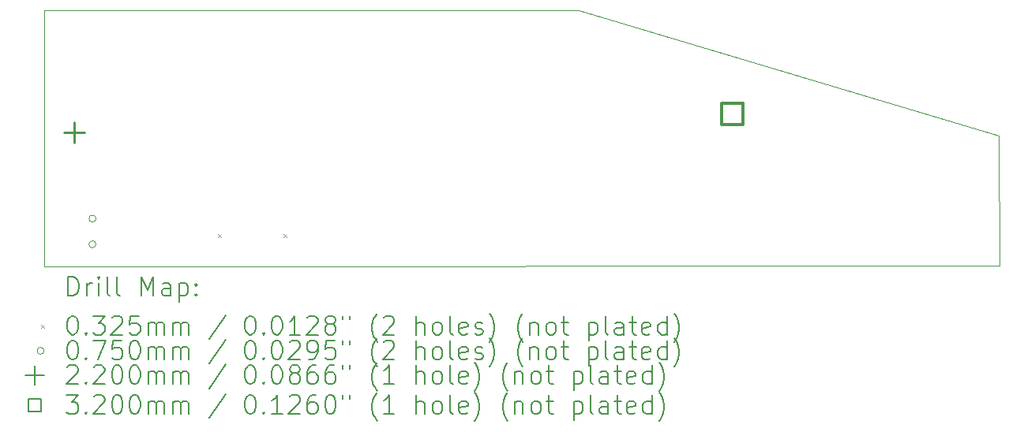
<source format=gbr>
%TF.GenerationSoftware,KiCad,Pcbnew,8.0.8*%
%TF.CreationDate,2025-08-03T03:17:36+05:30*%
%TF.ProjectId,main,6d61696e-2e6b-4696-9361-645f70636258,rev?*%
%TF.SameCoordinates,Original*%
%TF.FileFunction,Drillmap*%
%TF.FilePolarity,Positive*%
%FSLAX45Y45*%
G04 Gerber Fmt 4.5, Leading zero omitted, Abs format (unit mm)*
G04 Created by KiCad (PCBNEW 8.0.8) date 2025-08-03 03:17:36*
%MOMM*%
%LPD*%
G01*
G04 APERTURE LIST*
%ADD10C,0.050000*%
%ADD11C,0.200000*%
%ADD12C,0.100000*%
%ADD13C,0.220000*%
%ADD14C,0.320000*%
G04 APERTURE END LIST*
D10*
X15641250Y-5380000D02*
X21372500Y-5380000D01*
X15640000Y-8130000D02*
X15641250Y-5380000D01*
X25881250Y-8120000D02*
X15640000Y-8130000D01*
X25880000Y-6726000D02*
X25881250Y-8120000D01*
X25880000Y-6726000D02*
X21372500Y-5380000D01*
D11*
D12*
X17506250Y-7784850D02*
X17538750Y-7817350D01*
X17538750Y-7784850D02*
X17506250Y-7817350D01*
X18206250Y-7784850D02*
X18238750Y-7817350D01*
X18238750Y-7784850D02*
X18206250Y-7817350D01*
X16195000Y-7617500D02*
G75*
G02*
X16120000Y-7617500I-37500J0D01*
G01*
X16120000Y-7617500D02*
G75*
G02*
X16195000Y-7617500I37500J0D01*
G01*
X16195000Y-7892500D02*
G75*
G02*
X16120000Y-7892500I-37500J0D01*
G01*
X16120000Y-7892500D02*
G75*
G02*
X16195000Y-7892500I37500J0D01*
G01*
D13*
X15960000Y-6580000D02*
X15960000Y-6800000D01*
X15850000Y-6690000D02*
X16070000Y-6690000D01*
D14*
X23133138Y-6603138D02*
X23133138Y-6376862D01*
X22906862Y-6376862D01*
X22906862Y-6603138D01*
X23133138Y-6603138D01*
D11*
X15898277Y-8443984D02*
X15898277Y-8243984D01*
X15898277Y-8243984D02*
X15945896Y-8243984D01*
X15945896Y-8243984D02*
X15974467Y-8253508D01*
X15974467Y-8253508D02*
X15993515Y-8272555D01*
X15993515Y-8272555D02*
X16003039Y-8291603D01*
X16003039Y-8291603D02*
X16012562Y-8329698D01*
X16012562Y-8329698D02*
X16012562Y-8358269D01*
X16012562Y-8358269D02*
X16003039Y-8396365D01*
X16003039Y-8396365D02*
X15993515Y-8415412D01*
X15993515Y-8415412D02*
X15974467Y-8434460D01*
X15974467Y-8434460D02*
X15945896Y-8443984D01*
X15945896Y-8443984D02*
X15898277Y-8443984D01*
X16098277Y-8443984D02*
X16098277Y-8310650D01*
X16098277Y-8348746D02*
X16107801Y-8329698D01*
X16107801Y-8329698D02*
X16117324Y-8320174D01*
X16117324Y-8320174D02*
X16136372Y-8310650D01*
X16136372Y-8310650D02*
X16155420Y-8310650D01*
X16222086Y-8443984D02*
X16222086Y-8310650D01*
X16222086Y-8243984D02*
X16212562Y-8253508D01*
X16212562Y-8253508D02*
X16222086Y-8263031D01*
X16222086Y-8263031D02*
X16231610Y-8253508D01*
X16231610Y-8253508D02*
X16222086Y-8243984D01*
X16222086Y-8243984D02*
X16222086Y-8263031D01*
X16345896Y-8443984D02*
X16326848Y-8434460D01*
X16326848Y-8434460D02*
X16317324Y-8415412D01*
X16317324Y-8415412D02*
X16317324Y-8243984D01*
X16450658Y-8443984D02*
X16431610Y-8434460D01*
X16431610Y-8434460D02*
X16422086Y-8415412D01*
X16422086Y-8415412D02*
X16422086Y-8243984D01*
X16679229Y-8443984D02*
X16679229Y-8243984D01*
X16679229Y-8243984D02*
X16745896Y-8386841D01*
X16745896Y-8386841D02*
X16812563Y-8243984D01*
X16812563Y-8243984D02*
X16812563Y-8443984D01*
X16993515Y-8443984D02*
X16993515Y-8339222D01*
X16993515Y-8339222D02*
X16983991Y-8320174D01*
X16983991Y-8320174D02*
X16964944Y-8310650D01*
X16964944Y-8310650D02*
X16926848Y-8310650D01*
X16926848Y-8310650D02*
X16907801Y-8320174D01*
X16993515Y-8434460D02*
X16974467Y-8443984D01*
X16974467Y-8443984D02*
X16926848Y-8443984D01*
X16926848Y-8443984D02*
X16907801Y-8434460D01*
X16907801Y-8434460D02*
X16898277Y-8415412D01*
X16898277Y-8415412D02*
X16898277Y-8396365D01*
X16898277Y-8396365D02*
X16907801Y-8377317D01*
X16907801Y-8377317D02*
X16926848Y-8367793D01*
X16926848Y-8367793D02*
X16974467Y-8367793D01*
X16974467Y-8367793D02*
X16993515Y-8358269D01*
X17088753Y-8310650D02*
X17088753Y-8510650D01*
X17088753Y-8320174D02*
X17107801Y-8310650D01*
X17107801Y-8310650D02*
X17145896Y-8310650D01*
X17145896Y-8310650D02*
X17164944Y-8320174D01*
X17164944Y-8320174D02*
X17174467Y-8329698D01*
X17174467Y-8329698D02*
X17183991Y-8348746D01*
X17183991Y-8348746D02*
X17183991Y-8405889D01*
X17183991Y-8405889D02*
X17174467Y-8424936D01*
X17174467Y-8424936D02*
X17164944Y-8434460D01*
X17164944Y-8434460D02*
X17145896Y-8443984D01*
X17145896Y-8443984D02*
X17107801Y-8443984D01*
X17107801Y-8443984D02*
X17088753Y-8434460D01*
X17269705Y-8424936D02*
X17279229Y-8434460D01*
X17279229Y-8434460D02*
X17269705Y-8443984D01*
X17269705Y-8443984D02*
X17260182Y-8434460D01*
X17260182Y-8434460D02*
X17269705Y-8424936D01*
X17269705Y-8424936D02*
X17269705Y-8443984D01*
X17269705Y-8320174D02*
X17279229Y-8329698D01*
X17279229Y-8329698D02*
X17269705Y-8339222D01*
X17269705Y-8339222D02*
X17260182Y-8329698D01*
X17260182Y-8329698D02*
X17269705Y-8320174D01*
X17269705Y-8320174D02*
X17269705Y-8339222D01*
D12*
X15605000Y-8756250D02*
X15637500Y-8788750D01*
X15637500Y-8756250D02*
X15605000Y-8788750D01*
D11*
X15936372Y-8663984D02*
X15955420Y-8663984D01*
X15955420Y-8663984D02*
X15974467Y-8673508D01*
X15974467Y-8673508D02*
X15983991Y-8683031D01*
X15983991Y-8683031D02*
X15993515Y-8702079D01*
X15993515Y-8702079D02*
X16003039Y-8740174D01*
X16003039Y-8740174D02*
X16003039Y-8787793D01*
X16003039Y-8787793D02*
X15993515Y-8825889D01*
X15993515Y-8825889D02*
X15983991Y-8844936D01*
X15983991Y-8844936D02*
X15974467Y-8854460D01*
X15974467Y-8854460D02*
X15955420Y-8863984D01*
X15955420Y-8863984D02*
X15936372Y-8863984D01*
X15936372Y-8863984D02*
X15917324Y-8854460D01*
X15917324Y-8854460D02*
X15907801Y-8844936D01*
X15907801Y-8844936D02*
X15898277Y-8825889D01*
X15898277Y-8825889D02*
X15888753Y-8787793D01*
X15888753Y-8787793D02*
X15888753Y-8740174D01*
X15888753Y-8740174D02*
X15898277Y-8702079D01*
X15898277Y-8702079D02*
X15907801Y-8683031D01*
X15907801Y-8683031D02*
X15917324Y-8673508D01*
X15917324Y-8673508D02*
X15936372Y-8663984D01*
X16088753Y-8844936D02*
X16098277Y-8854460D01*
X16098277Y-8854460D02*
X16088753Y-8863984D01*
X16088753Y-8863984D02*
X16079229Y-8854460D01*
X16079229Y-8854460D02*
X16088753Y-8844936D01*
X16088753Y-8844936D02*
X16088753Y-8863984D01*
X16164943Y-8663984D02*
X16288753Y-8663984D01*
X16288753Y-8663984D02*
X16222086Y-8740174D01*
X16222086Y-8740174D02*
X16250658Y-8740174D01*
X16250658Y-8740174D02*
X16269705Y-8749698D01*
X16269705Y-8749698D02*
X16279229Y-8759222D01*
X16279229Y-8759222D02*
X16288753Y-8778270D01*
X16288753Y-8778270D02*
X16288753Y-8825889D01*
X16288753Y-8825889D02*
X16279229Y-8844936D01*
X16279229Y-8844936D02*
X16269705Y-8854460D01*
X16269705Y-8854460D02*
X16250658Y-8863984D01*
X16250658Y-8863984D02*
X16193515Y-8863984D01*
X16193515Y-8863984D02*
X16174467Y-8854460D01*
X16174467Y-8854460D02*
X16164943Y-8844936D01*
X16364943Y-8683031D02*
X16374467Y-8673508D01*
X16374467Y-8673508D02*
X16393515Y-8663984D01*
X16393515Y-8663984D02*
X16441134Y-8663984D01*
X16441134Y-8663984D02*
X16460182Y-8673508D01*
X16460182Y-8673508D02*
X16469705Y-8683031D01*
X16469705Y-8683031D02*
X16479229Y-8702079D01*
X16479229Y-8702079D02*
X16479229Y-8721127D01*
X16479229Y-8721127D02*
X16469705Y-8749698D01*
X16469705Y-8749698D02*
X16355420Y-8863984D01*
X16355420Y-8863984D02*
X16479229Y-8863984D01*
X16660182Y-8663984D02*
X16564943Y-8663984D01*
X16564943Y-8663984D02*
X16555420Y-8759222D01*
X16555420Y-8759222D02*
X16564943Y-8749698D01*
X16564943Y-8749698D02*
X16583991Y-8740174D01*
X16583991Y-8740174D02*
X16631610Y-8740174D01*
X16631610Y-8740174D02*
X16650658Y-8749698D01*
X16650658Y-8749698D02*
X16660182Y-8759222D01*
X16660182Y-8759222D02*
X16669705Y-8778270D01*
X16669705Y-8778270D02*
X16669705Y-8825889D01*
X16669705Y-8825889D02*
X16660182Y-8844936D01*
X16660182Y-8844936D02*
X16650658Y-8854460D01*
X16650658Y-8854460D02*
X16631610Y-8863984D01*
X16631610Y-8863984D02*
X16583991Y-8863984D01*
X16583991Y-8863984D02*
X16564943Y-8854460D01*
X16564943Y-8854460D02*
X16555420Y-8844936D01*
X16755420Y-8863984D02*
X16755420Y-8730650D01*
X16755420Y-8749698D02*
X16764943Y-8740174D01*
X16764943Y-8740174D02*
X16783991Y-8730650D01*
X16783991Y-8730650D02*
X16812563Y-8730650D01*
X16812563Y-8730650D02*
X16831610Y-8740174D01*
X16831610Y-8740174D02*
X16841134Y-8759222D01*
X16841134Y-8759222D02*
X16841134Y-8863984D01*
X16841134Y-8759222D02*
X16850658Y-8740174D01*
X16850658Y-8740174D02*
X16869705Y-8730650D01*
X16869705Y-8730650D02*
X16898277Y-8730650D01*
X16898277Y-8730650D02*
X16917325Y-8740174D01*
X16917325Y-8740174D02*
X16926848Y-8759222D01*
X16926848Y-8759222D02*
X16926848Y-8863984D01*
X17022086Y-8863984D02*
X17022086Y-8730650D01*
X17022086Y-8749698D02*
X17031610Y-8740174D01*
X17031610Y-8740174D02*
X17050658Y-8730650D01*
X17050658Y-8730650D02*
X17079229Y-8730650D01*
X17079229Y-8730650D02*
X17098277Y-8740174D01*
X17098277Y-8740174D02*
X17107801Y-8759222D01*
X17107801Y-8759222D02*
X17107801Y-8863984D01*
X17107801Y-8759222D02*
X17117325Y-8740174D01*
X17117325Y-8740174D02*
X17136372Y-8730650D01*
X17136372Y-8730650D02*
X17164944Y-8730650D01*
X17164944Y-8730650D02*
X17183991Y-8740174D01*
X17183991Y-8740174D02*
X17193515Y-8759222D01*
X17193515Y-8759222D02*
X17193515Y-8863984D01*
X17583991Y-8654460D02*
X17412563Y-8911603D01*
X17841134Y-8663984D02*
X17860182Y-8663984D01*
X17860182Y-8663984D02*
X17879229Y-8673508D01*
X17879229Y-8673508D02*
X17888753Y-8683031D01*
X17888753Y-8683031D02*
X17898277Y-8702079D01*
X17898277Y-8702079D02*
X17907801Y-8740174D01*
X17907801Y-8740174D02*
X17907801Y-8787793D01*
X17907801Y-8787793D02*
X17898277Y-8825889D01*
X17898277Y-8825889D02*
X17888753Y-8844936D01*
X17888753Y-8844936D02*
X17879229Y-8854460D01*
X17879229Y-8854460D02*
X17860182Y-8863984D01*
X17860182Y-8863984D02*
X17841134Y-8863984D01*
X17841134Y-8863984D02*
X17822087Y-8854460D01*
X17822087Y-8854460D02*
X17812563Y-8844936D01*
X17812563Y-8844936D02*
X17803039Y-8825889D01*
X17803039Y-8825889D02*
X17793515Y-8787793D01*
X17793515Y-8787793D02*
X17793515Y-8740174D01*
X17793515Y-8740174D02*
X17803039Y-8702079D01*
X17803039Y-8702079D02*
X17812563Y-8683031D01*
X17812563Y-8683031D02*
X17822087Y-8673508D01*
X17822087Y-8673508D02*
X17841134Y-8663984D01*
X17993515Y-8844936D02*
X18003039Y-8854460D01*
X18003039Y-8854460D02*
X17993515Y-8863984D01*
X17993515Y-8863984D02*
X17983991Y-8854460D01*
X17983991Y-8854460D02*
X17993515Y-8844936D01*
X17993515Y-8844936D02*
X17993515Y-8863984D01*
X18126848Y-8663984D02*
X18145896Y-8663984D01*
X18145896Y-8663984D02*
X18164944Y-8673508D01*
X18164944Y-8673508D02*
X18174468Y-8683031D01*
X18174468Y-8683031D02*
X18183991Y-8702079D01*
X18183991Y-8702079D02*
X18193515Y-8740174D01*
X18193515Y-8740174D02*
X18193515Y-8787793D01*
X18193515Y-8787793D02*
X18183991Y-8825889D01*
X18183991Y-8825889D02*
X18174468Y-8844936D01*
X18174468Y-8844936D02*
X18164944Y-8854460D01*
X18164944Y-8854460D02*
X18145896Y-8863984D01*
X18145896Y-8863984D02*
X18126848Y-8863984D01*
X18126848Y-8863984D02*
X18107801Y-8854460D01*
X18107801Y-8854460D02*
X18098277Y-8844936D01*
X18098277Y-8844936D02*
X18088753Y-8825889D01*
X18088753Y-8825889D02*
X18079229Y-8787793D01*
X18079229Y-8787793D02*
X18079229Y-8740174D01*
X18079229Y-8740174D02*
X18088753Y-8702079D01*
X18088753Y-8702079D02*
X18098277Y-8683031D01*
X18098277Y-8683031D02*
X18107801Y-8673508D01*
X18107801Y-8673508D02*
X18126848Y-8663984D01*
X18383991Y-8863984D02*
X18269706Y-8863984D01*
X18326848Y-8863984D02*
X18326848Y-8663984D01*
X18326848Y-8663984D02*
X18307801Y-8692555D01*
X18307801Y-8692555D02*
X18288753Y-8711603D01*
X18288753Y-8711603D02*
X18269706Y-8721127D01*
X18460182Y-8683031D02*
X18469706Y-8673508D01*
X18469706Y-8673508D02*
X18488753Y-8663984D01*
X18488753Y-8663984D02*
X18536372Y-8663984D01*
X18536372Y-8663984D02*
X18555420Y-8673508D01*
X18555420Y-8673508D02*
X18564944Y-8683031D01*
X18564944Y-8683031D02*
X18574468Y-8702079D01*
X18574468Y-8702079D02*
X18574468Y-8721127D01*
X18574468Y-8721127D02*
X18564944Y-8749698D01*
X18564944Y-8749698D02*
X18450658Y-8863984D01*
X18450658Y-8863984D02*
X18574468Y-8863984D01*
X18688753Y-8749698D02*
X18669706Y-8740174D01*
X18669706Y-8740174D02*
X18660182Y-8730650D01*
X18660182Y-8730650D02*
X18650658Y-8711603D01*
X18650658Y-8711603D02*
X18650658Y-8702079D01*
X18650658Y-8702079D02*
X18660182Y-8683031D01*
X18660182Y-8683031D02*
X18669706Y-8673508D01*
X18669706Y-8673508D02*
X18688753Y-8663984D01*
X18688753Y-8663984D02*
X18726849Y-8663984D01*
X18726849Y-8663984D02*
X18745896Y-8673508D01*
X18745896Y-8673508D02*
X18755420Y-8683031D01*
X18755420Y-8683031D02*
X18764944Y-8702079D01*
X18764944Y-8702079D02*
X18764944Y-8711603D01*
X18764944Y-8711603D02*
X18755420Y-8730650D01*
X18755420Y-8730650D02*
X18745896Y-8740174D01*
X18745896Y-8740174D02*
X18726849Y-8749698D01*
X18726849Y-8749698D02*
X18688753Y-8749698D01*
X18688753Y-8749698D02*
X18669706Y-8759222D01*
X18669706Y-8759222D02*
X18660182Y-8768746D01*
X18660182Y-8768746D02*
X18650658Y-8787793D01*
X18650658Y-8787793D02*
X18650658Y-8825889D01*
X18650658Y-8825889D02*
X18660182Y-8844936D01*
X18660182Y-8844936D02*
X18669706Y-8854460D01*
X18669706Y-8854460D02*
X18688753Y-8863984D01*
X18688753Y-8863984D02*
X18726849Y-8863984D01*
X18726849Y-8863984D02*
X18745896Y-8854460D01*
X18745896Y-8854460D02*
X18755420Y-8844936D01*
X18755420Y-8844936D02*
X18764944Y-8825889D01*
X18764944Y-8825889D02*
X18764944Y-8787793D01*
X18764944Y-8787793D02*
X18755420Y-8768746D01*
X18755420Y-8768746D02*
X18745896Y-8759222D01*
X18745896Y-8759222D02*
X18726849Y-8749698D01*
X18841134Y-8663984D02*
X18841134Y-8702079D01*
X18917325Y-8663984D02*
X18917325Y-8702079D01*
X19212563Y-8940174D02*
X19203039Y-8930650D01*
X19203039Y-8930650D02*
X19183991Y-8902079D01*
X19183991Y-8902079D02*
X19174468Y-8883031D01*
X19174468Y-8883031D02*
X19164944Y-8854460D01*
X19164944Y-8854460D02*
X19155420Y-8806841D01*
X19155420Y-8806841D02*
X19155420Y-8768746D01*
X19155420Y-8768746D02*
X19164944Y-8721127D01*
X19164944Y-8721127D02*
X19174468Y-8692555D01*
X19174468Y-8692555D02*
X19183991Y-8673508D01*
X19183991Y-8673508D02*
X19203039Y-8644936D01*
X19203039Y-8644936D02*
X19212563Y-8635412D01*
X19279230Y-8683031D02*
X19288753Y-8673508D01*
X19288753Y-8673508D02*
X19307801Y-8663984D01*
X19307801Y-8663984D02*
X19355420Y-8663984D01*
X19355420Y-8663984D02*
X19374468Y-8673508D01*
X19374468Y-8673508D02*
X19383991Y-8683031D01*
X19383991Y-8683031D02*
X19393515Y-8702079D01*
X19393515Y-8702079D02*
X19393515Y-8721127D01*
X19393515Y-8721127D02*
X19383991Y-8749698D01*
X19383991Y-8749698D02*
X19269706Y-8863984D01*
X19269706Y-8863984D02*
X19393515Y-8863984D01*
X19631611Y-8863984D02*
X19631611Y-8663984D01*
X19717325Y-8863984D02*
X19717325Y-8759222D01*
X19717325Y-8759222D02*
X19707801Y-8740174D01*
X19707801Y-8740174D02*
X19688753Y-8730650D01*
X19688753Y-8730650D02*
X19660182Y-8730650D01*
X19660182Y-8730650D02*
X19641134Y-8740174D01*
X19641134Y-8740174D02*
X19631611Y-8749698D01*
X19841134Y-8863984D02*
X19822087Y-8854460D01*
X19822087Y-8854460D02*
X19812563Y-8844936D01*
X19812563Y-8844936D02*
X19803039Y-8825889D01*
X19803039Y-8825889D02*
X19803039Y-8768746D01*
X19803039Y-8768746D02*
X19812563Y-8749698D01*
X19812563Y-8749698D02*
X19822087Y-8740174D01*
X19822087Y-8740174D02*
X19841134Y-8730650D01*
X19841134Y-8730650D02*
X19869706Y-8730650D01*
X19869706Y-8730650D02*
X19888753Y-8740174D01*
X19888753Y-8740174D02*
X19898277Y-8749698D01*
X19898277Y-8749698D02*
X19907801Y-8768746D01*
X19907801Y-8768746D02*
X19907801Y-8825889D01*
X19907801Y-8825889D02*
X19898277Y-8844936D01*
X19898277Y-8844936D02*
X19888753Y-8854460D01*
X19888753Y-8854460D02*
X19869706Y-8863984D01*
X19869706Y-8863984D02*
X19841134Y-8863984D01*
X20022087Y-8863984D02*
X20003039Y-8854460D01*
X20003039Y-8854460D02*
X19993515Y-8835412D01*
X19993515Y-8835412D02*
X19993515Y-8663984D01*
X20174468Y-8854460D02*
X20155420Y-8863984D01*
X20155420Y-8863984D02*
X20117325Y-8863984D01*
X20117325Y-8863984D02*
X20098277Y-8854460D01*
X20098277Y-8854460D02*
X20088753Y-8835412D01*
X20088753Y-8835412D02*
X20088753Y-8759222D01*
X20088753Y-8759222D02*
X20098277Y-8740174D01*
X20098277Y-8740174D02*
X20117325Y-8730650D01*
X20117325Y-8730650D02*
X20155420Y-8730650D01*
X20155420Y-8730650D02*
X20174468Y-8740174D01*
X20174468Y-8740174D02*
X20183992Y-8759222D01*
X20183992Y-8759222D02*
X20183992Y-8778270D01*
X20183992Y-8778270D02*
X20088753Y-8797317D01*
X20260182Y-8854460D02*
X20279230Y-8863984D01*
X20279230Y-8863984D02*
X20317325Y-8863984D01*
X20317325Y-8863984D02*
X20336373Y-8854460D01*
X20336373Y-8854460D02*
X20345896Y-8835412D01*
X20345896Y-8835412D02*
X20345896Y-8825889D01*
X20345896Y-8825889D02*
X20336373Y-8806841D01*
X20336373Y-8806841D02*
X20317325Y-8797317D01*
X20317325Y-8797317D02*
X20288753Y-8797317D01*
X20288753Y-8797317D02*
X20269706Y-8787793D01*
X20269706Y-8787793D02*
X20260182Y-8768746D01*
X20260182Y-8768746D02*
X20260182Y-8759222D01*
X20260182Y-8759222D02*
X20269706Y-8740174D01*
X20269706Y-8740174D02*
X20288753Y-8730650D01*
X20288753Y-8730650D02*
X20317325Y-8730650D01*
X20317325Y-8730650D02*
X20336373Y-8740174D01*
X20412563Y-8940174D02*
X20422087Y-8930650D01*
X20422087Y-8930650D02*
X20441134Y-8902079D01*
X20441134Y-8902079D02*
X20450658Y-8883031D01*
X20450658Y-8883031D02*
X20460182Y-8854460D01*
X20460182Y-8854460D02*
X20469706Y-8806841D01*
X20469706Y-8806841D02*
X20469706Y-8768746D01*
X20469706Y-8768746D02*
X20460182Y-8721127D01*
X20460182Y-8721127D02*
X20450658Y-8692555D01*
X20450658Y-8692555D02*
X20441134Y-8673508D01*
X20441134Y-8673508D02*
X20422087Y-8644936D01*
X20422087Y-8644936D02*
X20412563Y-8635412D01*
X20774468Y-8940174D02*
X20764944Y-8930650D01*
X20764944Y-8930650D02*
X20745896Y-8902079D01*
X20745896Y-8902079D02*
X20736373Y-8883031D01*
X20736373Y-8883031D02*
X20726849Y-8854460D01*
X20726849Y-8854460D02*
X20717325Y-8806841D01*
X20717325Y-8806841D02*
X20717325Y-8768746D01*
X20717325Y-8768746D02*
X20726849Y-8721127D01*
X20726849Y-8721127D02*
X20736373Y-8692555D01*
X20736373Y-8692555D02*
X20745896Y-8673508D01*
X20745896Y-8673508D02*
X20764944Y-8644936D01*
X20764944Y-8644936D02*
X20774468Y-8635412D01*
X20850658Y-8730650D02*
X20850658Y-8863984D01*
X20850658Y-8749698D02*
X20860182Y-8740174D01*
X20860182Y-8740174D02*
X20879230Y-8730650D01*
X20879230Y-8730650D02*
X20907801Y-8730650D01*
X20907801Y-8730650D02*
X20926849Y-8740174D01*
X20926849Y-8740174D02*
X20936373Y-8759222D01*
X20936373Y-8759222D02*
X20936373Y-8863984D01*
X21060182Y-8863984D02*
X21041134Y-8854460D01*
X21041134Y-8854460D02*
X21031611Y-8844936D01*
X21031611Y-8844936D02*
X21022087Y-8825889D01*
X21022087Y-8825889D02*
X21022087Y-8768746D01*
X21022087Y-8768746D02*
X21031611Y-8749698D01*
X21031611Y-8749698D02*
X21041134Y-8740174D01*
X21041134Y-8740174D02*
X21060182Y-8730650D01*
X21060182Y-8730650D02*
X21088754Y-8730650D01*
X21088754Y-8730650D02*
X21107801Y-8740174D01*
X21107801Y-8740174D02*
X21117325Y-8749698D01*
X21117325Y-8749698D02*
X21126849Y-8768746D01*
X21126849Y-8768746D02*
X21126849Y-8825889D01*
X21126849Y-8825889D02*
X21117325Y-8844936D01*
X21117325Y-8844936D02*
X21107801Y-8854460D01*
X21107801Y-8854460D02*
X21088754Y-8863984D01*
X21088754Y-8863984D02*
X21060182Y-8863984D01*
X21183992Y-8730650D02*
X21260182Y-8730650D01*
X21212563Y-8663984D02*
X21212563Y-8835412D01*
X21212563Y-8835412D02*
X21222087Y-8854460D01*
X21222087Y-8854460D02*
X21241134Y-8863984D01*
X21241134Y-8863984D02*
X21260182Y-8863984D01*
X21479230Y-8730650D02*
X21479230Y-8930650D01*
X21479230Y-8740174D02*
X21498277Y-8730650D01*
X21498277Y-8730650D02*
X21536373Y-8730650D01*
X21536373Y-8730650D02*
X21555420Y-8740174D01*
X21555420Y-8740174D02*
X21564944Y-8749698D01*
X21564944Y-8749698D02*
X21574468Y-8768746D01*
X21574468Y-8768746D02*
X21574468Y-8825889D01*
X21574468Y-8825889D02*
X21564944Y-8844936D01*
X21564944Y-8844936D02*
X21555420Y-8854460D01*
X21555420Y-8854460D02*
X21536373Y-8863984D01*
X21536373Y-8863984D02*
X21498277Y-8863984D01*
X21498277Y-8863984D02*
X21479230Y-8854460D01*
X21688754Y-8863984D02*
X21669706Y-8854460D01*
X21669706Y-8854460D02*
X21660182Y-8835412D01*
X21660182Y-8835412D02*
X21660182Y-8663984D01*
X21850658Y-8863984D02*
X21850658Y-8759222D01*
X21850658Y-8759222D02*
X21841135Y-8740174D01*
X21841135Y-8740174D02*
X21822087Y-8730650D01*
X21822087Y-8730650D02*
X21783992Y-8730650D01*
X21783992Y-8730650D02*
X21764944Y-8740174D01*
X21850658Y-8854460D02*
X21831611Y-8863984D01*
X21831611Y-8863984D02*
X21783992Y-8863984D01*
X21783992Y-8863984D02*
X21764944Y-8854460D01*
X21764944Y-8854460D02*
X21755420Y-8835412D01*
X21755420Y-8835412D02*
X21755420Y-8816365D01*
X21755420Y-8816365D02*
X21764944Y-8797317D01*
X21764944Y-8797317D02*
X21783992Y-8787793D01*
X21783992Y-8787793D02*
X21831611Y-8787793D01*
X21831611Y-8787793D02*
X21850658Y-8778270D01*
X21917325Y-8730650D02*
X21993515Y-8730650D01*
X21945896Y-8663984D02*
X21945896Y-8835412D01*
X21945896Y-8835412D02*
X21955420Y-8854460D01*
X21955420Y-8854460D02*
X21974468Y-8863984D01*
X21974468Y-8863984D02*
X21993515Y-8863984D01*
X22136373Y-8854460D02*
X22117325Y-8863984D01*
X22117325Y-8863984D02*
X22079230Y-8863984D01*
X22079230Y-8863984D02*
X22060182Y-8854460D01*
X22060182Y-8854460D02*
X22050658Y-8835412D01*
X22050658Y-8835412D02*
X22050658Y-8759222D01*
X22050658Y-8759222D02*
X22060182Y-8740174D01*
X22060182Y-8740174D02*
X22079230Y-8730650D01*
X22079230Y-8730650D02*
X22117325Y-8730650D01*
X22117325Y-8730650D02*
X22136373Y-8740174D01*
X22136373Y-8740174D02*
X22145896Y-8759222D01*
X22145896Y-8759222D02*
X22145896Y-8778270D01*
X22145896Y-8778270D02*
X22050658Y-8797317D01*
X22317325Y-8863984D02*
X22317325Y-8663984D01*
X22317325Y-8854460D02*
X22298277Y-8863984D01*
X22298277Y-8863984D02*
X22260182Y-8863984D01*
X22260182Y-8863984D02*
X22241135Y-8854460D01*
X22241135Y-8854460D02*
X22231611Y-8844936D01*
X22231611Y-8844936D02*
X22222087Y-8825889D01*
X22222087Y-8825889D02*
X22222087Y-8768746D01*
X22222087Y-8768746D02*
X22231611Y-8749698D01*
X22231611Y-8749698D02*
X22241135Y-8740174D01*
X22241135Y-8740174D02*
X22260182Y-8730650D01*
X22260182Y-8730650D02*
X22298277Y-8730650D01*
X22298277Y-8730650D02*
X22317325Y-8740174D01*
X22393515Y-8940174D02*
X22403039Y-8930650D01*
X22403039Y-8930650D02*
X22422087Y-8902079D01*
X22422087Y-8902079D02*
X22431611Y-8883031D01*
X22431611Y-8883031D02*
X22441134Y-8854460D01*
X22441134Y-8854460D02*
X22450658Y-8806841D01*
X22450658Y-8806841D02*
X22450658Y-8768746D01*
X22450658Y-8768746D02*
X22441134Y-8721127D01*
X22441134Y-8721127D02*
X22431611Y-8692555D01*
X22431611Y-8692555D02*
X22422087Y-8673508D01*
X22422087Y-8673508D02*
X22403039Y-8644936D01*
X22403039Y-8644936D02*
X22393515Y-8635412D01*
D12*
X15637500Y-9036500D02*
G75*
G02*
X15562500Y-9036500I-37500J0D01*
G01*
X15562500Y-9036500D02*
G75*
G02*
X15637500Y-9036500I37500J0D01*
G01*
D11*
X15936372Y-8927984D02*
X15955420Y-8927984D01*
X15955420Y-8927984D02*
X15974467Y-8937508D01*
X15974467Y-8937508D02*
X15983991Y-8947031D01*
X15983991Y-8947031D02*
X15993515Y-8966079D01*
X15993515Y-8966079D02*
X16003039Y-9004174D01*
X16003039Y-9004174D02*
X16003039Y-9051793D01*
X16003039Y-9051793D02*
X15993515Y-9089889D01*
X15993515Y-9089889D02*
X15983991Y-9108936D01*
X15983991Y-9108936D02*
X15974467Y-9118460D01*
X15974467Y-9118460D02*
X15955420Y-9127984D01*
X15955420Y-9127984D02*
X15936372Y-9127984D01*
X15936372Y-9127984D02*
X15917324Y-9118460D01*
X15917324Y-9118460D02*
X15907801Y-9108936D01*
X15907801Y-9108936D02*
X15898277Y-9089889D01*
X15898277Y-9089889D02*
X15888753Y-9051793D01*
X15888753Y-9051793D02*
X15888753Y-9004174D01*
X15888753Y-9004174D02*
X15898277Y-8966079D01*
X15898277Y-8966079D02*
X15907801Y-8947031D01*
X15907801Y-8947031D02*
X15917324Y-8937508D01*
X15917324Y-8937508D02*
X15936372Y-8927984D01*
X16088753Y-9108936D02*
X16098277Y-9118460D01*
X16098277Y-9118460D02*
X16088753Y-9127984D01*
X16088753Y-9127984D02*
X16079229Y-9118460D01*
X16079229Y-9118460D02*
X16088753Y-9108936D01*
X16088753Y-9108936D02*
X16088753Y-9127984D01*
X16164943Y-8927984D02*
X16298277Y-8927984D01*
X16298277Y-8927984D02*
X16212562Y-9127984D01*
X16469705Y-8927984D02*
X16374467Y-8927984D01*
X16374467Y-8927984D02*
X16364943Y-9023222D01*
X16364943Y-9023222D02*
X16374467Y-9013698D01*
X16374467Y-9013698D02*
X16393515Y-9004174D01*
X16393515Y-9004174D02*
X16441134Y-9004174D01*
X16441134Y-9004174D02*
X16460182Y-9013698D01*
X16460182Y-9013698D02*
X16469705Y-9023222D01*
X16469705Y-9023222D02*
X16479229Y-9042270D01*
X16479229Y-9042270D02*
X16479229Y-9089889D01*
X16479229Y-9089889D02*
X16469705Y-9108936D01*
X16469705Y-9108936D02*
X16460182Y-9118460D01*
X16460182Y-9118460D02*
X16441134Y-9127984D01*
X16441134Y-9127984D02*
X16393515Y-9127984D01*
X16393515Y-9127984D02*
X16374467Y-9118460D01*
X16374467Y-9118460D02*
X16364943Y-9108936D01*
X16603039Y-8927984D02*
X16622086Y-8927984D01*
X16622086Y-8927984D02*
X16641134Y-8937508D01*
X16641134Y-8937508D02*
X16650658Y-8947031D01*
X16650658Y-8947031D02*
X16660182Y-8966079D01*
X16660182Y-8966079D02*
X16669705Y-9004174D01*
X16669705Y-9004174D02*
X16669705Y-9051793D01*
X16669705Y-9051793D02*
X16660182Y-9089889D01*
X16660182Y-9089889D02*
X16650658Y-9108936D01*
X16650658Y-9108936D02*
X16641134Y-9118460D01*
X16641134Y-9118460D02*
X16622086Y-9127984D01*
X16622086Y-9127984D02*
X16603039Y-9127984D01*
X16603039Y-9127984D02*
X16583991Y-9118460D01*
X16583991Y-9118460D02*
X16574467Y-9108936D01*
X16574467Y-9108936D02*
X16564943Y-9089889D01*
X16564943Y-9089889D02*
X16555420Y-9051793D01*
X16555420Y-9051793D02*
X16555420Y-9004174D01*
X16555420Y-9004174D02*
X16564943Y-8966079D01*
X16564943Y-8966079D02*
X16574467Y-8947031D01*
X16574467Y-8947031D02*
X16583991Y-8937508D01*
X16583991Y-8937508D02*
X16603039Y-8927984D01*
X16755420Y-9127984D02*
X16755420Y-8994650D01*
X16755420Y-9013698D02*
X16764943Y-9004174D01*
X16764943Y-9004174D02*
X16783991Y-8994650D01*
X16783991Y-8994650D02*
X16812563Y-8994650D01*
X16812563Y-8994650D02*
X16831610Y-9004174D01*
X16831610Y-9004174D02*
X16841134Y-9023222D01*
X16841134Y-9023222D02*
X16841134Y-9127984D01*
X16841134Y-9023222D02*
X16850658Y-9004174D01*
X16850658Y-9004174D02*
X16869705Y-8994650D01*
X16869705Y-8994650D02*
X16898277Y-8994650D01*
X16898277Y-8994650D02*
X16917325Y-9004174D01*
X16917325Y-9004174D02*
X16926848Y-9023222D01*
X16926848Y-9023222D02*
X16926848Y-9127984D01*
X17022086Y-9127984D02*
X17022086Y-8994650D01*
X17022086Y-9013698D02*
X17031610Y-9004174D01*
X17031610Y-9004174D02*
X17050658Y-8994650D01*
X17050658Y-8994650D02*
X17079229Y-8994650D01*
X17079229Y-8994650D02*
X17098277Y-9004174D01*
X17098277Y-9004174D02*
X17107801Y-9023222D01*
X17107801Y-9023222D02*
X17107801Y-9127984D01*
X17107801Y-9023222D02*
X17117325Y-9004174D01*
X17117325Y-9004174D02*
X17136372Y-8994650D01*
X17136372Y-8994650D02*
X17164944Y-8994650D01*
X17164944Y-8994650D02*
X17183991Y-9004174D01*
X17183991Y-9004174D02*
X17193515Y-9023222D01*
X17193515Y-9023222D02*
X17193515Y-9127984D01*
X17583991Y-8918460D02*
X17412563Y-9175603D01*
X17841134Y-8927984D02*
X17860182Y-8927984D01*
X17860182Y-8927984D02*
X17879229Y-8937508D01*
X17879229Y-8937508D02*
X17888753Y-8947031D01*
X17888753Y-8947031D02*
X17898277Y-8966079D01*
X17898277Y-8966079D02*
X17907801Y-9004174D01*
X17907801Y-9004174D02*
X17907801Y-9051793D01*
X17907801Y-9051793D02*
X17898277Y-9089889D01*
X17898277Y-9089889D02*
X17888753Y-9108936D01*
X17888753Y-9108936D02*
X17879229Y-9118460D01*
X17879229Y-9118460D02*
X17860182Y-9127984D01*
X17860182Y-9127984D02*
X17841134Y-9127984D01*
X17841134Y-9127984D02*
X17822087Y-9118460D01*
X17822087Y-9118460D02*
X17812563Y-9108936D01*
X17812563Y-9108936D02*
X17803039Y-9089889D01*
X17803039Y-9089889D02*
X17793515Y-9051793D01*
X17793515Y-9051793D02*
X17793515Y-9004174D01*
X17793515Y-9004174D02*
X17803039Y-8966079D01*
X17803039Y-8966079D02*
X17812563Y-8947031D01*
X17812563Y-8947031D02*
X17822087Y-8937508D01*
X17822087Y-8937508D02*
X17841134Y-8927984D01*
X17993515Y-9108936D02*
X18003039Y-9118460D01*
X18003039Y-9118460D02*
X17993515Y-9127984D01*
X17993515Y-9127984D02*
X17983991Y-9118460D01*
X17983991Y-9118460D02*
X17993515Y-9108936D01*
X17993515Y-9108936D02*
X17993515Y-9127984D01*
X18126848Y-8927984D02*
X18145896Y-8927984D01*
X18145896Y-8927984D02*
X18164944Y-8937508D01*
X18164944Y-8937508D02*
X18174468Y-8947031D01*
X18174468Y-8947031D02*
X18183991Y-8966079D01*
X18183991Y-8966079D02*
X18193515Y-9004174D01*
X18193515Y-9004174D02*
X18193515Y-9051793D01*
X18193515Y-9051793D02*
X18183991Y-9089889D01*
X18183991Y-9089889D02*
X18174468Y-9108936D01*
X18174468Y-9108936D02*
X18164944Y-9118460D01*
X18164944Y-9118460D02*
X18145896Y-9127984D01*
X18145896Y-9127984D02*
X18126848Y-9127984D01*
X18126848Y-9127984D02*
X18107801Y-9118460D01*
X18107801Y-9118460D02*
X18098277Y-9108936D01*
X18098277Y-9108936D02*
X18088753Y-9089889D01*
X18088753Y-9089889D02*
X18079229Y-9051793D01*
X18079229Y-9051793D02*
X18079229Y-9004174D01*
X18079229Y-9004174D02*
X18088753Y-8966079D01*
X18088753Y-8966079D02*
X18098277Y-8947031D01*
X18098277Y-8947031D02*
X18107801Y-8937508D01*
X18107801Y-8937508D02*
X18126848Y-8927984D01*
X18269706Y-8947031D02*
X18279229Y-8937508D01*
X18279229Y-8937508D02*
X18298277Y-8927984D01*
X18298277Y-8927984D02*
X18345896Y-8927984D01*
X18345896Y-8927984D02*
X18364944Y-8937508D01*
X18364944Y-8937508D02*
X18374468Y-8947031D01*
X18374468Y-8947031D02*
X18383991Y-8966079D01*
X18383991Y-8966079D02*
X18383991Y-8985127D01*
X18383991Y-8985127D02*
X18374468Y-9013698D01*
X18374468Y-9013698D02*
X18260182Y-9127984D01*
X18260182Y-9127984D02*
X18383991Y-9127984D01*
X18479229Y-9127984D02*
X18517325Y-9127984D01*
X18517325Y-9127984D02*
X18536372Y-9118460D01*
X18536372Y-9118460D02*
X18545896Y-9108936D01*
X18545896Y-9108936D02*
X18564944Y-9080365D01*
X18564944Y-9080365D02*
X18574468Y-9042270D01*
X18574468Y-9042270D02*
X18574468Y-8966079D01*
X18574468Y-8966079D02*
X18564944Y-8947031D01*
X18564944Y-8947031D02*
X18555420Y-8937508D01*
X18555420Y-8937508D02*
X18536372Y-8927984D01*
X18536372Y-8927984D02*
X18498277Y-8927984D01*
X18498277Y-8927984D02*
X18479229Y-8937508D01*
X18479229Y-8937508D02*
X18469706Y-8947031D01*
X18469706Y-8947031D02*
X18460182Y-8966079D01*
X18460182Y-8966079D02*
X18460182Y-9013698D01*
X18460182Y-9013698D02*
X18469706Y-9032746D01*
X18469706Y-9032746D02*
X18479229Y-9042270D01*
X18479229Y-9042270D02*
X18498277Y-9051793D01*
X18498277Y-9051793D02*
X18536372Y-9051793D01*
X18536372Y-9051793D02*
X18555420Y-9042270D01*
X18555420Y-9042270D02*
X18564944Y-9032746D01*
X18564944Y-9032746D02*
X18574468Y-9013698D01*
X18755420Y-8927984D02*
X18660182Y-8927984D01*
X18660182Y-8927984D02*
X18650658Y-9023222D01*
X18650658Y-9023222D02*
X18660182Y-9013698D01*
X18660182Y-9013698D02*
X18679229Y-9004174D01*
X18679229Y-9004174D02*
X18726849Y-9004174D01*
X18726849Y-9004174D02*
X18745896Y-9013698D01*
X18745896Y-9013698D02*
X18755420Y-9023222D01*
X18755420Y-9023222D02*
X18764944Y-9042270D01*
X18764944Y-9042270D02*
X18764944Y-9089889D01*
X18764944Y-9089889D02*
X18755420Y-9108936D01*
X18755420Y-9108936D02*
X18745896Y-9118460D01*
X18745896Y-9118460D02*
X18726849Y-9127984D01*
X18726849Y-9127984D02*
X18679229Y-9127984D01*
X18679229Y-9127984D02*
X18660182Y-9118460D01*
X18660182Y-9118460D02*
X18650658Y-9108936D01*
X18841134Y-8927984D02*
X18841134Y-8966079D01*
X18917325Y-8927984D02*
X18917325Y-8966079D01*
X19212563Y-9204174D02*
X19203039Y-9194650D01*
X19203039Y-9194650D02*
X19183991Y-9166079D01*
X19183991Y-9166079D02*
X19174468Y-9147031D01*
X19174468Y-9147031D02*
X19164944Y-9118460D01*
X19164944Y-9118460D02*
X19155420Y-9070841D01*
X19155420Y-9070841D02*
X19155420Y-9032746D01*
X19155420Y-9032746D02*
X19164944Y-8985127D01*
X19164944Y-8985127D02*
X19174468Y-8956555D01*
X19174468Y-8956555D02*
X19183991Y-8937508D01*
X19183991Y-8937508D02*
X19203039Y-8908936D01*
X19203039Y-8908936D02*
X19212563Y-8899412D01*
X19279230Y-8947031D02*
X19288753Y-8937508D01*
X19288753Y-8937508D02*
X19307801Y-8927984D01*
X19307801Y-8927984D02*
X19355420Y-8927984D01*
X19355420Y-8927984D02*
X19374468Y-8937508D01*
X19374468Y-8937508D02*
X19383991Y-8947031D01*
X19383991Y-8947031D02*
X19393515Y-8966079D01*
X19393515Y-8966079D02*
X19393515Y-8985127D01*
X19393515Y-8985127D02*
X19383991Y-9013698D01*
X19383991Y-9013698D02*
X19269706Y-9127984D01*
X19269706Y-9127984D02*
X19393515Y-9127984D01*
X19631611Y-9127984D02*
X19631611Y-8927984D01*
X19717325Y-9127984D02*
X19717325Y-9023222D01*
X19717325Y-9023222D02*
X19707801Y-9004174D01*
X19707801Y-9004174D02*
X19688753Y-8994650D01*
X19688753Y-8994650D02*
X19660182Y-8994650D01*
X19660182Y-8994650D02*
X19641134Y-9004174D01*
X19641134Y-9004174D02*
X19631611Y-9013698D01*
X19841134Y-9127984D02*
X19822087Y-9118460D01*
X19822087Y-9118460D02*
X19812563Y-9108936D01*
X19812563Y-9108936D02*
X19803039Y-9089889D01*
X19803039Y-9089889D02*
X19803039Y-9032746D01*
X19803039Y-9032746D02*
X19812563Y-9013698D01*
X19812563Y-9013698D02*
X19822087Y-9004174D01*
X19822087Y-9004174D02*
X19841134Y-8994650D01*
X19841134Y-8994650D02*
X19869706Y-8994650D01*
X19869706Y-8994650D02*
X19888753Y-9004174D01*
X19888753Y-9004174D02*
X19898277Y-9013698D01*
X19898277Y-9013698D02*
X19907801Y-9032746D01*
X19907801Y-9032746D02*
X19907801Y-9089889D01*
X19907801Y-9089889D02*
X19898277Y-9108936D01*
X19898277Y-9108936D02*
X19888753Y-9118460D01*
X19888753Y-9118460D02*
X19869706Y-9127984D01*
X19869706Y-9127984D02*
X19841134Y-9127984D01*
X20022087Y-9127984D02*
X20003039Y-9118460D01*
X20003039Y-9118460D02*
X19993515Y-9099412D01*
X19993515Y-9099412D02*
X19993515Y-8927984D01*
X20174468Y-9118460D02*
X20155420Y-9127984D01*
X20155420Y-9127984D02*
X20117325Y-9127984D01*
X20117325Y-9127984D02*
X20098277Y-9118460D01*
X20098277Y-9118460D02*
X20088753Y-9099412D01*
X20088753Y-9099412D02*
X20088753Y-9023222D01*
X20088753Y-9023222D02*
X20098277Y-9004174D01*
X20098277Y-9004174D02*
X20117325Y-8994650D01*
X20117325Y-8994650D02*
X20155420Y-8994650D01*
X20155420Y-8994650D02*
X20174468Y-9004174D01*
X20174468Y-9004174D02*
X20183992Y-9023222D01*
X20183992Y-9023222D02*
X20183992Y-9042270D01*
X20183992Y-9042270D02*
X20088753Y-9061317D01*
X20260182Y-9118460D02*
X20279230Y-9127984D01*
X20279230Y-9127984D02*
X20317325Y-9127984D01*
X20317325Y-9127984D02*
X20336373Y-9118460D01*
X20336373Y-9118460D02*
X20345896Y-9099412D01*
X20345896Y-9099412D02*
X20345896Y-9089889D01*
X20345896Y-9089889D02*
X20336373Y-9070841D01*
X20336373Y-9070841D02*
X20317325Y-9061317D01*
X20317325Y-9061317D02*
X20288753Y-9061317D01*
X20288753Y-9061317D02*
X20269706Y-9051793D01*
X20269706Y-9051793D02*
X20260182Y-9032746D01*
X20260182Y-9032746D02*
X20260182Y-9023222D01*
X20260182Y-9023222D02*
X20269706Y-9004174D01*
X20269706Y-9004174D02*
X20288753Y-8994650D01*
X20288753Y-8994650D02*
X20317325Y-8994650D01*
X20317325Y-8994650D02*
X20336373Y-9004174D01*
X20412563Y-9204174D02*
X20422087Y-9194650D01*
X20422087Y-9194650D02*
X20441134Y-9166079D01*
X20441134Y-9166079D02*
X20450658Y-9147031D01*
X20450658Y-9147031D02*
X20460182Y-9118460D01*
X20460182Y-9118460D02*
X20469706Y-9070841D01*
X20469706Y-9070841D02*
X20469706Y-9032746D01*
X20469706Y-9032746D02*
X20460182Y-8985127D01*
X20460182Y-8985127D02*
X20450658Y-8956555D01*
X20450658Y-8956555D02*
X20441134Y-8937508D01*
X20441134Y-8937508D02*
X20422087Y-8908936D01*
X20422087Y-8908936D02*
X20412563Y-8899412D01*
X20774468Y-9204174D02*
X20764944Y-9194650D01*
X20764944Y-9194650D02*
X20745896Y-9166079D01*
X20745896Y-9166079D02*
X20736373Y-9147031D01*
X20736373Y-9147031D02*
X20726849Y-9118460D01*
X20726849Y-9118460D02*
X20717325Y-9070841D01*
X20717325Y-9070841D02*
X20717325Y-9032746D01*
X20717325Y-9032746D02*
X20726849Y-8985127D01*
X20726849Y-8985127D02*
X20736373Y-8956555D01*
X20736373Y-8956555D02*
X20745896Y-8937508D01*
X20745896Y-8937508D02*
X20764944Y-8908936D01*
X20764944Y-8908936D02*
X20774468Y-8899412D01*
X20850658Y-8994650D02*
X20850658Y-9127984D01*
X20850658Y-9013698D02*
X20860182Y-9004174D01*
X20860182Y-9004174D02*
X20879230Y-8994650D01*
X20879230Y-8994650D02*
X20907801Y-8994650D01*
X20907801Y-8994650D02*
X20926849Y-9004174D01*
X20926849Y-9004174D02*
X20936373Y-9023222D01*
X20936373Y-9023222D02*
X20936373Y-9127984D01*
X21060182Y-9127984D02*
X21041134Y-9118460D01*
X21041134Y-9118460D02*
X21031611Y-9108936D01*
X21031611Y-9108936D02*
X21022087Y-9089889D01*
X21022087Y-9089889D02*
X21022087Y-9032746D01*
X21022087Y-9032746D02*
X21031611Y-9013698D01*
X21031611Y-9013698D02*
X21041134Y-9004174D01*
X21041134Y-9004174D02*
X21060182Y-8994650D01*
X21060182Y-8994650D02*
X21088754Y-8994650D01*
X21088754Y-8994650D02*
X21107801Y-9004174D01*
X21107801Y-9004174D02*
X21117325Y-9013698D01*
X21117325Y-9013698D02*
X21126849Y-9032746D01*
X21126849Y-9032746D02*
X21126849Y-9089889D01*
X21126849Y-9089889D02*
X21117325Y-9108936D01*
X21117325Y-9108936D02*
X21107801Y-9118460D01*
X21107801Y-9118460D02*
X21088754Y-9127984D01*
X21088754Y-9127984D02*
X21060182Y-9127984D01*
X21183992Y-8994650D02*
X21260182Y-8994650D01*
X21212563Y-8927984D02*
X21212563Y-9099412D01*
X21212563Y-9099412D02*
X21222087Y-9118460D01*
X21222087Y-9118460D02*
X21241134Y-9127984D01*
X21241134Y-9127984D02*
X21260182Y-9127984D01*
X21479230Y-8994650D02*
X21479230Y-9194650D01*
X21479230Y-9004174D02*
X21498277Y-8994650D01*
X21498277Y-8994650D02*
X21536373Y-8994650D01*
X21536373Y-8994650D02*
X21555420Y-9004174D01*
X21555420Y-9004174D02*
X21564944Y-9013698D01*
X21564944Y-9013698D02*
X21574468Y-9032746D01*
X21574468Y-9032746D02*
X21574468Y-9089889D01*
X21574468Y-9089889D02*
X21564944Y-9108936D01*
X21564944Y-9108936D02*
X21555420Y-9118460D01*
X21555420Y-9118460D02*
X21536373Y-9127984D01*
X21536373Y-9127984D02*
X21498277Y-9127984D01*
X21498277Y-9127984D02*
X21479230Y-9118460D01*
X21688754Y-9127984D02*
X21669706Y-9118460D01*
X21669706Y-9118460D02*
X21660182Y-9099412D01*
X21660182Y-9099412D02*
X21660182Y-8927984D01*
X21850658Y-9127984D02*
X21850658Y-9023222D01*
X21850658Y-9023222D02*
X21841135Y-9004174D01*
X21841135Y-9004174D02*
X21822087Y-8994650D01*
X21822087Y-8994650D02*
X21783992Y-8994650D01*
X21783992Y-8994650D02*
X21764944Y-9004174D01*
X21850658Y-9118460D02*
X21831611Y-9127984D01*
X21831611Y-9127984D02*
X21783992Y-9127984D01*
X21783992Y-9127984D02*
X21764944Y-9118460D01*
X21764944Y-9118460D02*
X21755420Y-9099412D01*
X21755420Y-9099412D02*
X21755420Y-9080365D01*
X21755420Y-9080365D02*
X21764944Y-9061317D01*
X21764944Y-9061317D02*
X21783992Y-9051793D01*
X21783992Y-9051793D02*
X21831611Y-9051793D01*
X21831611Y-9051793D02*
X21850658Y-9042270D01*
X21917325Y-8994650D02*
X21993515Y-8994650D01*
X21945896Y-8927984D02*
X21945896Y-9099412D01*
X21945896Y-9099412D02*
X21955420Y-9118460D01*
X21955420Y-9118460D02*
X21974468Y-9127984D01*
X21974468Y-9127984D02*
X21993515Y-9127984D01*
X22136373Y-9118460D02*
X22117325Y-9127984D01*
X22117325Y-9127984D02*
X22079230Y-9127984D01*
X22079230Y-9127984D02*
X22060182Y-9118460D01*
X22060182Y-9118460D02*
X22050658Y-9099412D01*
X22050658Y-9099412D02*
X22050658Y-9023222D01*
X22050658Y-9023222D02*
X22060182Y-9004174D01*
X22060182Y-9004174D02*
X22079230Y-8994650D01*
X22079230Y-8994650D02*
X22117325Y-8994650D01*
X22117325Y-8994650D02*
X22136373Y-9004174D01*
X22136373Y-9004174D02*
X22145896Y-9023222D01*
X22145896Y-9023222D02*
X22145896Y-9042270D01*
X22145896Y-9042270D02*
X22050658Y-9061317D01*
X22317325Y-9127984D02*
X22317325Y-8927984D01*
X22317325Y-9118460D02*
X22298277Y-9127984D01*
X22298277Y-9127984D02*
X22260182Y-9127984D01*
X22260182Y-9127984D02*
X22241135Y-9118460D01*
X22241135Y-9118460D02*
X22231611Y-9108936D01*
X22231611Y-9108936D02*
X22222087Y-9089889D01*
X22222087Y-9089889D02*
X22222087Y-9032746D01*
X22222087Y-9032746D02*
X22231611Y-9013698D01*
X22231611Y-9013698D02*
X22241135Y-9004174D01*
X22241135Y-9004174D02*
X22260182Y-8994650D01*
X22260182Y-8994650D02*
X22298277Y-8994650D01*
X22298277Y-8994650D02*
X22317325Y-9004174D01*
X22393515Y-9204174D02*
X22403039Y-9194650D01*
X22403039Y-9194650D02*
X22422087Y-9166079D01*
X22422087Y-9166079D02*
X22431611Y-9147031D01*
X22431611Y-9147031D02*
X22441134Y-9118460D01*
X22441134Y-9118460D02*
X22450658Y-9070841D01*
X22450658Y-9070841D02*
X22450658Y-9032746D01*
X22450658Y-9032746D02*
X22441134Y-8985127D01*
X22441134Y-8985127D02*
X22431611Y-8956555D01*
X22431611Y-8956555D02*
X22422087Y-8937508D01*
X22422087Y-8937508D02*
X22403039Y-8908936D01*
X22403039Y-8908936D02*
X22393515Y-8899412D01*
X15537500Y-9200500D02*
X15537500Y-9400500D01*
X15437500Y-9300500D02*
X15637500Y-9300500D01*
X15888753Y-9211031D02*
X15898277Y-9201508D01*
X15898277Y-9201508D02*
X15917324Y-9191984D01*
X15917324Y-9191984D02*
X15964943Y-9191984D01*
X15964943Y-9191984D02*
X15983991Y-9201508D01*
X15983991Y-9201508D02*
X15993515Y-9211031D01*
X15993515Y-9211031D02*
X16003039Y-9230079D01*
X16003039Y-9230079D02*
X16003039Y-9249127D01*
X16003039Y-9249127D02*
X15993515Y-9277698D01*
X15993515Y-9277698D02*
X15879229Y-9391984D01*
X15879229Y-9391984D02*
X16003039Y-9391984D01*
X16088753Y-9372936D02*
X16098277Y-9382460D01*
X16098277Y-9382460D02*
X16088753Y-9391984D01*
X16088753Y-9391984D02*
X16079229Y-9382460D01*
X16079229Y-9382460D02*
X16088753Y-9372936D01*
X16088753Y-9372936D02*
X16088753Y-9391984D01*
X16174467Y-9211031D02*
X16183991Y-9201508D01*
X16183991Y-9201508D02*
X16203039Y-9191984D01*
X16203039Y-9191984D02*
X16250658Y-9191984D01*
X16250658Y-9191984D02*
X16269705Y-9201508D01*
X16269705Y-9201508D02*
X16279229Y-9211031D01*
X16279229Y-9211031D02*
X16288753Y-9230079D01*
X16288753Y-9230079D02*
X16288753Y-9249127D01*
X16288753Y-9249127D02*
X16279229Y-9277698D01*
X16279229Y-9277698D02*
X16164943Y-9391984D01*
X16164943Y-9391984D02*
X16288753Y-9391984D01*
X16412562Y-9191984D02*
X16431610Y-9191984D01*
X16431610Y-9191984D02*
X16450658Y-9201508D01*
X16450658Y-9201508D02*
X16460182Y-9211031D01*
X16460182Y-9211031D02*
X16469705Y-9230079D01*
X16469705Y-9230079D02*
X16479229Y-9268174D01*
X16479229Y-9268174D02*
X16479229Y-9315793D01*
X16479229Y-9315793D02*
X16469705Y-9353889D01*
X16469705Y-9353889D02*
X16460182Y-9372936D01*
X16460182Y-9372936D02*
X16450658Y-9382460D01*
X16450658Y-9382460D02*
X16431610Y-9391984D01*
X16431610Y-9391984D02*
X16412562Y-9391984D01*
X16412562Y-9391984D02*
X16393515Y-9382460D01*
X16393515Y-9382460D02*
X16383991Y-9372936D01*
X16383991Y-9372936D02*
X16374467Y-9353889D01*
X16374467Y-9353889D02*
X16364943Y-9315793D01*
X16364943Y-9315793D02*
X16364943Y-9268174D01*
X16364943Y-9268174D02*
X16374467Y-9230079D01*
X16374467Y-9230079D02*
X16383991Y-9211031D01*
X16383991Y-9211031D02*
X16393515Y-9201508D01*
X16393515Y-9201508D02*
X16412562Y-9191984D01*
X16603039Y-9191984D02*
X16622086Y-9191984D01*
X16622086Y-9191984D02*
X16641134Y-9201508D01*
X16641134Y-9201508D02*
X16650658Y-9211031D01*
X16650658Y-9211031D02*
X16660182Y-9230079D01*
X16660182Y-9230079D02*
X16669705Y-9268174D01*
X16669705Y-9268174D02*
X16669705Y-9315793D01*
X16669705Y-9315793D02*
X16660182Y-9353889D01*
X16660182Y-9353889D02*
X16650658Y-9372936D01*
X16650658Y-9372936D02*
X16641134Y-9382460D01*
X16641134Y-9382460D02*
X16622086Y-9391984D01*
X16622086Y-9391984D02*
X16603039Y-9391984D01*
X16603039Y-9391984D02*
X16583991Y-9382460D01*
X16583991Y-9382460D02*
X16574467Y-9372936D01*
X16574467Y-9372936D02*
X16564943Y-9353889D01*
X16564943Y-9353889D02*
X16555420Y-9315793D01*
X16555420Y-9315793D02*
X16555420Y-9268174D01*
X16555420Y-9268174D02*
X16564943Y-9230079D01*
X16564943Y-9230079D02*
X16574467Y-9211031D01*
X16574467Y-9211031D02*
X16583991Y-9201508D01*
X16583991Y-9201508D02*
X16603039Y-9191984D01*
X16755420Y-9391984D02*
X16755420Y-9258650D01*
X16755420Y-9277698D02*
X16764943Y-9268174D01*
X16764943Y-9268174D02*
X16783991Y-9258650D01*
X16783991Y-9258650D02*
X16812563Y-9258650D01*
X16812563Y-9258650D02*
X16831610Y-9268174D01*
X16831610Y-9268174D02*
X16841134Y-9287222D01*
X16841134Y-9287222D02*
X16841134Y-9391984D01*
X16841134Y-9287222D02*
X16850658Y-9268174D01*
X16850658Y-9268174D02*
X16869705Y-9258650D01*
X16869705Y-9258650D02*
X16898277Y-9258650D01*
X16898277Y-9258650D02*
X16917325Y-9268174D01*
X16917325Y-9268174D02*
X16926848Y-9287222D01*
X16926848Y-9287222D02*
X16926848Y-9391984D01*
X17022086Y-9391984D02*
X17022086Y-9258650D01*
X17022086Y-9277698D02*
X17031610Y-9268174D01*
X17031610Y-9268174D02*
X17050658Y-9258650D01*
X17050658Y-9258650D02*
X17079229Y-9258650D01*
X17079229Y-9258650D02*
X17098277Y-9268174D01*
X17098277Y-9268174D02*
X17107801Y-9287222D01*
X17107801Y-9287222D02*
X17107801Y-9391984D01*
X17107801Y-9287222D02*
X17117325Y-9268174D01*
X17117325Y-9268174D02*
X17136372Y-9258650D01*
X17136372Y-9258650D02*
X17164944Y-9258650D01*
X17164944Y-9258650D02*
X17183991Y-9268174D01*
X17183991Y-9268174D02*
X17193515Y-9287222D01*
X17193515Y-9287222D02*
X17193515Y-9391984D01*
X17583991Y-9182460D02*
X17412563Y-9439603D01*
X17841134Y-9191984D02*
X17860182Y-9191984D01*
X17860182Y-9191984D02*
X17879229Y-9201508D01*
X17879229Y-9201508D02*
X17888753Y-9211031D01*
X17888753Y-9211031D02*
X17898277Y-9230079D01*
X17898277Y-9230079D02*
X17907801Y-9268174D01*
X17907801Y-9268174D02*
X17907801Y-9315793D01*
X17907801Y-9315793D02*
X17898277Y-9353889D01*
X17898277Y-9353889D02*
X17888753Y-9372936D01*
X17888753Y-9372936D02*
X17879229Y-9382460D01*
X17879229Y-9382460D02*
X17860182Y-9391984D01*
X17860182Y-9391984D02*
X17841134Y-9391984D01*
X17841134Y-9391984D02*
X17822087Y-9382460D01*
X17822087Y-9382460D02*
X17812563Y-9372936D01*
X17812563Y-9372936D02*
X17803039Y-9353889D01*
X17803039Y-9353889D02*
X17793515Y-9315793D01*
X17793515Y-9315793D02*
X17793515Y-9268174D01*
X17793515Y-9268174D02*
X17803039Y-9230079D01*
X17803039Y-9230079D02*
X17812563Y-9211031D01*
X17812563Y-9211031D02*
X17822087Y-9201508D01*
X17822087Y-9201508D02*
X17841134Y-9191984D01*
X17993515Y-9372936D02*
X18003039Y-9382460D01*
X18003039Y-9382460D02*
X17993515Y-9391984D01*
X17993515Y-9391984D02*
X17983991Y-9382460D01*
X17983991Y-9382460D02*
X17993515Y-9372936D01*
X17993515Y-9372936D02*
X17993515Y-9391984D01*
X18126848Y-9191984D02*
X18145896Y-9191984D01*
X18145896Y-9191984D02*
X18164944Y-9201508D01*
X18164944Y-9201508D02*
X18174468Y-9211031D01*
X18174468Y-9211031D02*
X18183991Y-9230079D01*
X18183991Y-9230079D02*
X18193515Y-9268174D01*
X18193515Y-9268174D02*
X18193515Y-9315793D01*
X18193515Y-9315793D02*
X18183991Y-9353889D01*
X18183991Y-9353889D02*
X18174468Y-9372936D01*
X18174468Y-9372936D02*
X18164944Y-9382460D01*
X18164944Y-9382460D02*
X18145896Y-9391984D01*
X18145896Y-9391984D02*
X18126848Y-9391984D01*
X18126848Y-9391984D02*
X18107801Y-9382460D01*
X18107801Y-9382460D02*
X18098277Y-9372936D01*
X18098277Y-9372936D02*
X18088753Y-9353889D01*
X18088753Y-9353889D02*
X18079229Y-9315793D01*
X18079229Y-9315793D02*
X18079229Y-9268174D01*
X18079229Y-9268174D02*
X18088753Y-9230079D01*
X18088753Y-9230079D02*
X18098277Y-9211031D01*
X18098277Y-9211031D02*
X18107801Y-9201508D01*
X18107801Y-9201508D02*
X18126848Y-9191984D01*
X18307801Y-9277698D02*
X18288753Y-9268174D01*
X18288753Y-9268174D02*
X18279229Y-9258650D01*
X18279229Y-9258650D02*
X18269706Y-9239603D01*
X18269706Y-9239603D02*
X18269706Y-9230079D01*
X18269706Y-9230079D02*
X18279229Y-9211031D01*
X18279229Y-9211031D02*
X18288753Y-9201508D01*
X18288753Y-9201508D02*
X18307801Y-9191984D01*
X18307801Y-9191984D02*
X18345896Y-9191984D01*
X18345896Y-9191984D02*
X18364944Y-9201508D01*
X18364944Y-9201508D02*
X18374468Y-9211031D01*
X18374468Y-9211031D02*
X18383991Y-9230079D01*
X18383991Y-9230079D02*
X18383991Y-9239603D01*
X18383991Y-9239603D02*
X18374468Y-9258650D01*
X18374468Y-9258650D02*
X18364944Y-9268174D01*
X18364944Y-9268174D02*
X18345896Y-9277698D01*
X18345896Y-9277698D02*
X18307801Y-9277698D01*
X18307801Y-9277698D02*
X18288753Y-9287222D01*
X18288753Y-9287222D02*
X18279229Y-9296746D01*
X18279229Y-9296746D02*
X18269706Y-9315793D01*
X18269706Y-9315793D02*
X18269706Y-9353889D01*
X18269706Y-9353889D02*
X18279229Y-9372936D01*
X18279229Y-9372936D02*
X18288753Y-9382460D01*
X18288753Y-9382460D02*
X18307801Y-9391984D01*
X18307801Y-9391984D02*
X18345896Y-9391984D01*
X18345896Y-9391984D02*
X18364944Y-9382460D01*
X18364944Y-9382460D02*
X18374468Y-9372936D01*
X18374468Y-9372936D02*
X18383991Y-9353889D01*
X18383991Y-9353889D02*
X18383991Y-9315793D01*
X18383991Y-9315793D02*
X18374468Y-9296746D01*
X18374468Y-9296746D02*
X18364944Y-9287222D01*
X18364944Y-9287222D02*
X18345896Y-9277698D01*
X18555420Y-9191984D02*
X18517325Y-9191984D01*
X18517325Y-9191984D02*
X18498277Y-9201508D01*
X18498277Y-9201508D02*
X18488753Y-9211031D01*
X18488753Y-9211031D02*
X18469706Y-9239603D01*
X18469706Y-9239603D02*
X18460182Y-9277698D01*
X18460182Y-9277698D02*
X18460182Y-9353889D01*
X18460182Y-9353889D02*
X18469706Y-9372936D01*
X18469706Y-9372936D02*
X18479229Y-9382460D01*
X18479229Y-9382460D02*
X18498277Y-9391984D01*
X18498277Y-9391984D02*
X18536372Y-9391984D01*
X18536372Y-9391984D02*
X18555420Y-9382460D01*
X18555420Y-9382460D02*
X18564944Y-9372936D01*
X18564944Y-9372936D02*
X18574468Y-9353889D01*
X18574468Y-9353889D02*
X18574468Y-9306270D01*
X18574468Y-9306270D02*
X18564944Y-9287222D01*
X18564944Y-9287222D02*
X18555420Y-9277698D01*
X18555420Y-9277698D02*
X18536372Y-9268174D01*
X18536372Y-9268174D02*
X18498277Y-9268174D01*
X18498277Y-9268174D02*
X18479229Y-9277698D01*
X18479229Y-9277698D02*
X18469706Y-9287222D01*
X18469706Y-9287222D02*
X18460182Y-9306270D01*
X18745896Y-9191984D02*
X18707801Y-9191984D01*
X18707801Y-9191984D02*
X18688753Y-9201508D01*
X18688753Y-9201508D02*
X18679229Y-9211031D01*
X18679229Y-9211031D02*
X18660182Y-9239603D01*
X18660182Y-9239603D02*
X18650658Y-9277698D01*
X18650658Y-9277698D02*
X18650658Y-9353889D01*
X18650658Y-9353889D02*
X18660182Y-9372936D01*
X18660182Y-9372936D02*
X18669706Y-9382460D01*
X18669706Y-9382460D02*
X18688753Y-9391984D01*
X18688753Y-9391984D02*
X18726849Y-9391984D01*
X18726849Y-9391984D02*
X18745896Y-9382460D01*
X18745896Y-9382460D02*
X18755420Y-9372936D01*
X18755420Y-9372936D02*
X18764944Y-9353889D01*
X18764944Y-9353889D02*
X18764944Y-9306270D01*
X18764944Y-9306270D02*
X18755420Y-9287222D01*
X18755420Y-9287222D02*
X18745896Y-9277698D01*
X18745896Y-9277698D02*
X18726849Y-9268174D01*
X18726849Y-9268174D02*
X18688753Y-9268174D01*
X18688753Y-9268174D02*
X18669706Y-9277698D01*
X18669706Y-9277698D02*
X18660182Y-9287222D01*
X18660182Y-9287222D02*
X18650658Y-9306270D01*
X18841134Y-9191984D02*
X18841134Y-9230079D01*
X18917325Y-9191984D02*
X18917325Y-9230079D01*
X19212563Y-9468174D02*
X19203039Y-9458650D01*
X19203039Y-9458650D02*
X19183991Y-9430079D01*
X19183991Y-9430079D02*
X19174468Y-9411031D01*
X19174468Y-9411031D02*
X19164944Y-9382460D01*
X19164944Y-9382460D02*
X19155420Y-9334841D01*
X19155420Y-9334841D02*
X19155420Y-9296746D01*
X19155420Y-9296746D02*
X19164944Y-9249127D01*
X19164944Y-9249127D02*
X19174468Y-9220555D01*
X19174468Y-9220555D02*
X19183991Y-9201508D01*
X19183991Y-9201508D02*
X19203039Y-9172936D01*
X19203039Y-9172936D02*
X19212563Y-9163412D01*
X19393515Y-9391984D02*
X19279230Y-9391984D01*
X19336372Y-9391984D02*
X19336372Y-9191984D01*
X19336372Y-9191984D02*
X19317325Y-9220555D01*
X19317325Y-9220555D02*
X19298277Y-9239603D01*
X19298277Y-9239603D02*
X19279230Y-9249127D01*
X19631611Y-9391984D02*
X19631611Y-9191984D01*
X19717325Y-9391984D02*
X19717325Y-9287222D01*
X19717325Y-9287222D02*
X19707801Y-9268174D01*
X19707801Y-9268174D02*
X19688753Y-9258650D01*
X19688753Y-9258650D02*
X19660182Y-9258650D01*
X19660182Y-9258650D02*
X19641134Y-9268174D01*
X19641134Y-9268174D02*
X19631611Y-9277698D01*
X19841134Y-9391984D02*
X19822087Y-9382460D01*
X19822087Y-9382460D02*
X19812563Y-9372936D01*
X19812563Y-9372936D02*
X19803039Y-9353889D01*
X19803039Y-9353889D02*
X19803039Y-9296746D01*
X19803039Y-9296746D02*
X19812563Y-9277698D01*
X19812563Y-9277698D02*
X19822087Y-9268174D01*
X19822087Y-9268174D02*
X19841134Y-9258650D01*
X19841134Y-9258650D02*
X19869706Y-9258650D01*
X19869706Y-9258650D02*
X19888753Y-9268174D01*
X19888753Y-9268174D02*
X19898277Y-9277698D01*
X19898277Y-9277698D02*
X19907801Y-9296746D01*
X19907801Y-9296746D02*
X19907801Y-9353889D01*
X19907801Y-9353889D02*
X19898277Y-9372936D01*
X19898277Y-9372936D02*
X19888753Y-9382460D01*
X19888753Y-9382460D02*
X19869706Y-9391984D01*
X19869706Y-9391984D02*
X19841134Y-9391984D01*
X20022087Y-9391984D02*
X20003039Y-9382460D01*
X20003039Y-9382460D02*
X19993515Y-9363412D01*
X19993515Y-9363412D02*
X19993515Y-9191984D01*
X20174468Y-9382460D02*
X20155420Y-9391984D01*
X20155420Y-9391984D02*
X20117325Y-9391984D01*
X20117325Y-9391984D02*
X20098277Y-9382460D01*
X20098277Y-9382460D02*
X20088753Y-9363412D01*
X20088753Y-9363412D02*
X20088753Y-9287222D01*
X20088753Y-9287222D02*
X20098277Y-9268174D01*
X20098277Y-9268174D02*
X20117325Y-9258650D01*
X20117325Y-9258650D02*
X20155420Y-9258650D01*
X20155420Y-9258650D02*
X20174468Y-9268174D01*
X20174468Y-9268174D02*
X20183992Y-9287222D01*
X20183992Y-9287222D02*
X20183992Y-9306270D01*
X20183992Y-9306270D02*
X20088753Y-9325317D01*
X20250658Y-9468174D02*
X20260182Y-9458650D01*
X20260182Y-9458650D02*
X20279230Y-9430079D01*
X20279230Y-9430079D02*
X20288753Y-9411031D01*
X20288753Y-9411031D02*
X20298277Y-9382460D01*
X20298277Y-9382460D02*
X20307801Y-9334841D01*
X20307801Y-9334841D02*
X20307801Y-9296746D01*
X20307801Y-9296746D02*
X20298277Y-9249127D01*
X20298277Y-9249127D02*
X20288753Y-9220555D01*
X20288753Y-9220555D02*
X20279230Y-9201508D01*
X20279230Y-9201508D02*
X20260182Y-9172936D01*
X20260182Y-9172936D02*
X20250658Y-9163412D01*
X20612563Y-9468174D02*
X20603039Y-9458650D01*
X20603039Y-9458650D02*
X20583992Y-9430079D01*
X20583992Y-9430079D02*
X20574468Y-9411031D01*
X20574468Y-9411031D02*
X20564944Y-9382460D01*
X20564944Y-9382460D02*
X20555420Y-9334841D01*
X20555420Y-9334841D02*
X20555420Y-9296746D01*
X20555420Y-9296746D02*
X20564944Y-9249127D01*
X20564944Y-9249127D02*
X20574468Y-9220555D01*
X20574468Y-9220555D02*
X20583992Y-9201508D01*
X20583992Y-9201508D02*
X20603039Y-9172936D01*
X20603039Y-9172936D02*
X20612563Y-9163412D01*
X20688753Y-9258650D02*
X20688753Y-9391984D01*
X20688753Y-9277698D02*
X20698277Y-9268174D01*
X20698277Y-9268174D02*
X20717325Y-9258650D01*
X20717325Y-9258650D02*
X20745896Y-9258650D01*
X20745896Y-9258650D02*
X20764944Y-9268174D01*
X20764944Y-9268174D02*
X20774468Y-9287222D01*
X20774468Y-9287222D02*
X20774468Y-9391984D01*
X20898277Y-9391984D02*
X20879230Y-9382460D01*
X20879230Y-9382460D02*
X20869706Y-9372936D01*
X20869706Y-9372936D02*
X20860182Y-9353889D01*
X20860182Y-9353889D02*
X20860182Y-9296746D01*
X20860182Y-9296746D02*
X20869706Y-9277698D01*
X20869706Y-9277698D02*
X20879230Y-9268174D01*
X20879230Y-9268174D02*
X20898277Y-9258650D01*
X20898277Y-9258650D02*
X20926849Y-9258650D01*
X20926849Y-9258650D02*
X20945896Y-9268174D01*
X20945896Y-9268174D02*
X20955420Y-9277698D01*
X20955420Y-9277698D02*
X20964944Y-9296746D01*
X20964944Y-9296746D02*
X20964944Y-9353889D01*
X20964944Y-9353889D02*
X20955420Y-9372936D01*
X20955420Y-9372936D02*
X20945896Y-9382460D01*
X20945896Y-9382460D02*
X20926849Y-9391984D01*
X20926849Y-9391984D02*
X20898277Y-9391984D01*
X21022087Y-9258650D02*
X21098277Y-9258650D01*
X21050658Y-9191984D02*
X21050658Y-9363412D01*
X21050658Y-9363412D02*
X21060182Y-9382460D01*
X21060182Y-9382460D02*
X21079230Y-9391984D01*
X21079230Y-9391984D02*
X21098277Y-9391984D01*
X21317325Y-9258650D02*
X21317325Y-9458650D01*
X21317325Y-9268174D02*
X21336373Y-9258650D01*
X21336373Y-9258650D02*
X21374468Y-9258650D01*
X21374468Y-9258650D02*
X21393515Y-9268174D01*
X21393515Y-9268174D02*
X21403039Y-9277698D01*
X21403039Y-9277698D02*
X21412563Y-9296746D01*
X21412563Y-9296746D02*
X21412563Y-9353889D01*
X21412563Y-9353889D02*
X21403039Y-9372936D01*
X21403039Y-9372936D02*
X21393515Y-9382460D01*
X21393515Y-9382460D02*
X21374468Y-9391984D01*
X21374468Y-9391984D02*
X21336373Y-9391984D01*
X21336373Y-9391984D02*
X21317325Y-9382460D01*
X21526849Y-9391984D02*
X21507801Y-9382460D01*
X21507801Y-9382460D02*
X21498277Y-9363412D01*
X21498277Y-9363412D02*
X21498277Y-9191984D01*
X21688754Y-9391984D02*
X21688754Y-9287222D01*
X21688754Y-9287222D02*
X21679230Y-9268174D01*
X21679230Y-9268174D02*
X21660182Y-9258650D01*
X21660182Y-9258650D02*
X21622087Y-9258650D01*
X21622087Y-9258650D02*
X21603039Y-9268174D01*
X21688754Y-9382460D02*
X21669706Y-9391984D01*
X21669706Y-9391984D02*
X21622087Y-9391984D01*
X21622087Y-9391984D02*
X21603039Y-9382460D01*
X21603039Y-9382460D02*
X21593515Y-9363412D01*
X21593515Y-9363412D02*
X21593515Y-9344365D01*
X21593515Y-9344365D02*
X21603039Y-9325317D01*
X21603039Y-9325317D02*
X21622087Y-9315793D01*
X21622087Y-9315793D02*
X21669706Y-9315793D01*
X21669706Y-9315793D02*
X21688754Y-9306270D01*
X21755420Y-9258650D02*
X21831611Y-9258650D01*
X21783992Y-9191984D02*
X21783992Y-9363412D01*
X21783992Y-9363412D02*
X21793515Y-9382460D01*
X21793515Y-9382460D02*
X21812563Y-9391984D01*
X21812563Y-9391984D02*
X21831611Y-9391984D01*
X21974468Y-9382460D02*
X21955420Y-9391984D01*
X21955420Y-9391984D02*
X21917325Y-9391984D01*
X21917325Y-9391984D02*
X21898277Y-9382460D01*
X21898277Y-9382460D02*
X21888754Y-9363412D01*
X21888754Y-9363412D02*
X21888754Y-9287222D01*
X21888754Y-9287222D02*
X21898277Y-9268174D01*
X21898277Y-9268174D02*
X21917325Y-9258650D01*
X21917325Y-9258650D02*
X21955420Y-9258650D01*
X21955420Y-9258650D02*
X21974468Y-9268174D01*
X21974468Y-9268174D02*
X21983992Y-9287222D01*
X21983992Y-9287222D02*
X21983992Y-9306270D01*
X21983992Y-9306270D02*
X21888754Y-9325317D01*
X22155420Y-9391984D02*
X22155420Y-9191984D01*
X22155420Y-9382460D02*
X22136373Y-9391984D01*
X22136373Y-9391984D02*
X22098277Y-9391984D01*
X22098277Y-9391984D02*
X22079230Y-9382460D01*
X22079230Y-9382460D02*
X22069706Y-9372936D01*
X22069706Y-9372936D02*
X22060182Y-9353889D01*
X22060182Y-9353889D02*
X22060182Y-9296746D01*
X22060182Y-9296746D02*
X22069706Y-9277698D01*
X22069706Y-9277698D02*
X22079230Y-9268174D01*
X22079230Y-9268174D02*
X22098277Y-9258650D01*
X22098277Y-9258650D02*
X22136373Y-9258650D01*
X22136373Y-9258650D02*
X22155420Y-9268174D01*
X22231611Y-9468174D02*
X22241135Y-9458650D01*
X22241135Y-9458650D02*
X22260182Y-9430079D01*
X22260182Y-9430079D02*
X22269706Y-9411031D01*
X22269706Y-9411031D02*
X22279230Y-9382460D01*
X22279230Y-9382460D02*
X22288754Y-9334841D01*
X22288754Y-9334841D02*
X22288754Y-9296746D01*
X22288754Y-9296746D02*
X22279230Y-9249127D01*
X22279230Y-9249127D02*
X22269706Y-9220555D01*
X22269706Y-9220555D02*
X22260182Y-9201508D01*
X22260182Y-9201508D02*
X22241135Y-9172936D01*
X22241135Y-9172936D02*
X22231611Y-9163412D01*
X15608211Y-9691211D02*
X15608211Y-9549789D01*
X15466789Y-9549789D01*
X15466789Y-9691211D01*
X15608211Y-9691211D01*
X15879229Y-9511984D02*
X16003039Y-9511984D01*
X16003039Y-9511984D02*
X15936372Y-9588174D01*
X15936372Y-9588174D02*
X15964943Y-9588174D01*
X15964943Y-9588174D02*
X15983991Y-9597698D01*
X15983991Y-9597698D02*
X15993515Y-9607222D01*
X15993515Y-9607222D02*
X16003039Y-9626270D01*
X16003039Y-9626270D02*
X16003039Y-9673889D01*
X16003039Y-9673889D02*
X15993515Y-9692936D01*
X15993515Y-9692936D02*
X15983991Y-9702460D01*
X15983991Y-9702460D02*
X15964943Y-9711984D01*
X15964943Y-9711984D02*
X15907801Y-9711984D01*
X15907801Y-9711984D02*
X15888753Y-9702460D01*
X15888753Y-9702460D02*
X15879229Y-9692936D01*
X16088753Y-9692936D02*
X16098277Y-9702460D01*
X16098277Y-9702460D02*
X16088753Y-9711984D01*
X16088753Y-9711984D02*
X16079229Y-9702460D01*
X16079229Y-9702460D02*
X16088753Y-9692936D01*
X16088753Y-9692936D02*
X16088753Y-9711984D01*
X16174467Y-9531031D02*
X16183991Y-9521508D01*
X16183991Y-9521508D02*
X16203039Y-9511984D01*
X16203039Y-9511984D02*
X16250658Y-9511984D01*
X16250658Y-9511984D02*
X16269705Y-9521508D01*
X16269705Y-9521508D02*
X16279229Y-9531031D01*
X16279229Y-9531031D02*
X16288753Y-9550079D01*
X16288753Y-9550079D02*
X16288753Y-9569127D01*
X16288753Y-9569127D02*
X16279229Y-9597698D01*
X16279229Y-9597698D02*
X16164943Y-9711984D01*
X16164943Y-9711984D02*
X16288753Y-9711984D01*
X16412562Y-9511984D02*
X16431610Y-9511984D01*
X16431610Y-9511984D02*
X16450658Y-9521508D01*
X16450658Y-9521508D02*
X16460182Y-9531031D01*
X16460182Y-9531031D02*
X16469705Y-9550079D01*
X16469705Y-9550079D02*
X16479229Y-9588174D01*
X16479229Y-9588174D02*
X16479229Y-9635793D01*
X16479229Y-9635793D02*
X16469705Y-9673889D01*
X16469705Y-9673889D02*
X16460182Y-9692936D01*
X16460182Y-9692936D02*
X16450658Y-9702460D01*
X16450658Y-9702460D02*
X16431610Y-9711984D01*
X16431610Y-9711984D02*
X16412562Y-9711984D01*
X16412562Y-9711984D02*
X16393515Y-9702460D01*
X16393515Y-9702460D02*
X16383991Y-9692936D01*
X16383991Y-9692936D02*
X16374467Y-9673889D01*
X16374467Y-9673889D02*
X16364943Y-9635793D01*
X16364943Y-9635793D02*
X16364943Y-9588174D01*
X16364943Y-9588174D02*
X16374467Y-9550079D01*
X16374467Y-9550079D02*
X16383991Y-9531031D01*
X16383991Y-9531031D02*
X16393515Y-9521508D01*
X16393515Y-9521508D02*
X16412562Y-9511984D01*
X16603039Y-9511984D02*
X16622086Y-9511984D01*
X16622086Y-9511984D02*
X16641134Y-9521508D01*
X16641134Y-9521508D02*
X16650658Y-9531031D01*
X16650658Y-9531031D02*
X16660182Y-9550079D01*
X16660182Y-9550079D02*
X16669705Y-9588174D01*
X16669705Y-9588174D02*
X16669705Y-9635793D01*
X16669705Y-9635793D02*
X16660182Y-9673889D01*
X16660182Y-9673889D02*
X16650658Y-9692936D01*
X16650658Y-9692936D02*
X16641134Y-9702460D01*
X16641134Y-9702460D02*
X16622086Y-9711984D01*
X16622086Y-9711984D02*
X16603039Y-9711984D01*
X16603039Y-9711984D02*
X16583991Y-9702460D01*
X16583991Y-9702460D02*
X16574467Y-9692936D01*
X16574467Y-9692936D02*
X16564943Y-9673889D01*
X16564943Y-9673889D02*
X16555420Y-9635793D01*
X16555420Y-9635793D02*
X16555420Y-9588174D01*
X16555420Y-9588174D02*
X16564943Y-9550079D01*
X16564943Y-9550079D02*
X16574467Y-9531031D01*
X16574467Y-9531031D02*
X16583991Y-9521508D01*
X16583991Y-9521508D02*
X16603039Y-9511984D01*
X16755420Y-9711984D02*
X16755420Y-9578650D01*
X16755420Y-9597698D02*
X16764943Y-9588174D01*
X16764943Y-9588174D02*
X16783991Y-9578650D01*
X16783991Y-9578650D02*
X16812563Y-9578650D01*
X16812563Y-9578650D02*
X16831610Y-9588174D01*
X16831610Y-9588174D02*
X16841134Y-9607222D01*
X16841134Y-9607222D02*
X16841134Y-9711984D01*
X16841134Y-9607222D02*
X16850658Y-9588174D01*
X16850658Y-9588174D02*
X16869705Y-9578650D01*
X16869705Y-9578650D02*
X16898277Y-9578650D01*
X16898277Y-9578650D02*
X16917325Y-9588174D01*
X16917325Y-9588174D02*
X16926848Y-9607222D01*
X16926848Y-9607222D02*
X16926848Y-9711984D01*
X17022086Y-9711984D02*
X17022086Y-9578650D01*
X17022086Y-9597698D02*
X17031610Y-9588174D01*
X17031610Y-9588174D02*
X17050658Y-9578650D01*
X17050658Y-9578650D02*
X17079229Y-9578650D01*
X17079229Y-9578650D02*
X17098277Y-9588174D01*
X17098277Y-9588174D02*
X17107801Y-9607222D01*
X17107801Y-9607222D02*
X17107801Y-9711984D01*
X17107801Y-9607222D02*
X17117325Y-9588174D01*
X17117325Y-9588174D02*
X17136372Y-9578650D01*
X17136372Y-9578650D02*
X17164944Y-9578650D01*
X17164944Y-9578650D02*
X17183991Y-9588174D01*
X17183991Y-9588174D02*
X17193515Y-9607222D01*
X17193515Y-9607222D02*
X17193515Y-9711984D01*
X17583991Y-9502460D02*
X17412563Y-9759603D01*
X17841134Y-9511984D02*
X17860182Y-9511984D01*
X17860182Y-9511984D02*
X17879229Y-9521508D01*
X17879229Y-9521508D02*
X17888753Y-9531031D01*
X17888753Y-9531031D02*
X17898277Y-9550079D01*
X17898277Y-9550079D02*
X17907801Y-9588174D01*
X17907801Y-9588174D02*
X17907801Y-9635793D01*
X17907801Y-9635793D02*
X17898277Y-9673889D01*
X17898277Y-9673889D02*
X17888753Y-9692936D01*
X17888753Y-9692936D02*
X17879229Y-9702460D01*
X17879229Y-9702460D02*
X17860182Y-9711984D01*
X17860182Y-9711984D02*
X17841134Y-9711984D01*
X17841134Y-9711984D02*
X17822087Y-9702460D01*
X17822087Y-9702460D02*
X17812563Y-9692936D01*
X17812563Y-9692936D02*
X17803039Y-9673889D01*
X17803039Y-9673889D02*
X17793515Y-9635793D01*
X17793515Y-9635793D02*
X17793515Y-9588174D01*
X17793515Y-9588174D02*
X17803039Y-9550079D01*
X17803039Y-9550079D02*
X17812563Y-9531031D01*
X17812563Y-9531031D02*
X17822087Y-9521508D01*
X17822087Y-9521508D02*
X17841134Y-9511984D01*
X17993515Y-9692936D02*
X18003039Y-9702460D01*
X18003039Y-9702460D02*
X17993515Y-9711984D01*
X17993515Y-9711984D02*
X17983991Y-9702460D01*
X17983991Y-9702460D02*
X17993515Y-9692936D01*
X17993515Y-9692936D02*
X17993515Y-9711984D01*
X18193515Y-9711984D02*
X18079229Y-9711984D01*
X18136372Y-9711984D02*
X18136372Y-9511984D01*
X18136372Y-9511984D02*
X18117325Y-9540555D01*
X18117325Y-9540555D02*
X18098277Y-9559603D01*
X18098277Y-9559603D02*
X18079229Y-9569127D01*
X18269706Y-9531031D02*
X18279229Y-9521508D01*
X18279229Y-9521508D02*
X18298277Y-9511984D01*
X18298277Y-9511984D02*
X18345896Y-9511984D01*
X18345896Y-9511984D02*
X18364944Y-9521508D01*
X18364944Y-9521508D02*
X18374468Y-9531031D01*
X18374468Y-9531031D02*
X18383991Y-9550079D01*
X18383991Y-9550079D02*
X18383991Y-9569127D01*
X18383991Y-9569127D02*
X18374468Y-9597698D01*
X18374468Y-9597698D02*
X18260182Y-9711984D01*
X18260182Y-9711984D02*
X18383991Y-9711984D01*
X18555420Y-9511984D02*
X18517325Y-9511984D01*
X18517325Y-9511984D02*
X18498277Y-9521508D01*
X18498277Y-9521508D02*
X18488753Y-9531031D01*
X18488753Y-9531031D02*
X18469706Y-9559603D01*
X18469706Y-9559603D02*
X18460182Y-9597698D01*
X18460182Y-9597698D02*
X18460182Y-9673889D01*
X18460182Y-9673889D02*
X18469706Y-9692936D01*
X18469706Y-9692936D02*
X18479229Y-9702460D01*
X18479229Y-9702460D02*
X18498277Y-9711984D01*
X18498277Y-9711984D02*
X18536372Y-9711984D01*
X18536372Y-9711984D02*
X18555420Y-9702460D01*
X18555420Y-9702460D02*
X18564944Y-9692936D01*
X18564944Y-9692936D02*
X18574468Y-9673889D01*
X18574468Y-9673889D02*
X18574468Y-9626270D01*
X18574468Y-9626270D02*
X18564944Y-9607222D01*
X18564944Y-9607222D02*
X18555420Y-9597698D01*
X18555420Y-9597698D02*
X18536372Y-9588174D01*
X18536372Y-9588174D02*
X18498277Y-9588174D01*
X18498277Y-9588174D02*
X18479229Y-9597698D01*
X18479229Y-9597698D02*
X18469706Y-9607222D01*
X18469706Y-9607222D02*
X18460182Y-9626270D01*
X18698277Y-9511984D02*
X18717325Y-9511984D01*
X18717325Y-9511984D02*
X18736372Y-9521508D01*
X18736372Y-9521508D02*
X18745896Y-9531031D01*
X18745896Y-9531031D02*
X18755420Y-9550079D01*
X18755420Y-9550079D02*
X18764944Y-9588174D01*
X18764944Y-9588174D02*
X18764944Y-9635793D01*
X18764944Y-9635793D02*
X18755420Y-9673889D01*
X18755420Y-9673889D02*
X18745896Y-9692936D01*
X18745896Y-9692936D02*
X18736372Y-9702460D01*
X18736372Y-9702460D02*
X18717325Y-9711984D01*
X18717325Y-9711984D02*
X18698277Y-9711984D01*
X18698277Y-9711984D02*
X18679229Y-9702460D01*
X18679229Y-9702460D02*
X18669706Y-9692936D01*
X18669706Y-9692936D02*
X18660182Y-9673889D01*
X18660182Y-9673889D02*
X18650658Y-9635793D01*
X18650658Y-9635793D02*
X18650658Y-9588174D01*
X18650658Y-9588174D02*
X18660182Y-9550079D01*
X18660182Y-9550079D02*
X18669706Y-9531031D01*
X18669706Y-9531031D02*
X18679229Y-9521508D01*
X18679229Y-9521508D02*
X18698277Y-9511984D01*
X18841134Y-9511984D02*
X18841134Y-9550079D01*
X18917325Y-9511984D02*
X18917325Y-9550079D01*
X19212563Y-9788174D02*
X19203039Y-9778650D01*
X19203039Y-9778650D02*
X19183991Y-9750079D01*
X19183991Y-9750079D02*
X19174468Y-9731031D01*
X19174468Y-9731031D02*
X19164944Y-9702460D01*
X19164944Y-9702460D02*
X19155420Y-9654841D01*
X19155420Y-9654841D02*
X19155420Y-9616746D01*
X19155420Y-9616746D02*
X19164944Y-9569127D01*
X19164944Y-9569127D02*
X19174468Y-9540555D01*
X19174468Y-9540555D02*
X19183991Y-9521508D01*
X19183991Y-9521508D02*
X19203039Y-9492936D01*
X19203039Y-9492936D02*
X19212563Y-9483412D01*
X19393515Y-9711984D02*
X19279230Y-9711984D01*
X19336372Y-9711984D02*
X19336372Y-9511984D01*
X19336372Y-9511984D02*
X19317325Y-9540555D01*
X19317325Y-9540555D02*
X19298277Y-9559603D01*
X19298277Y-9559603D02*
X19279230Y-9569127D01*
X19631611Y-9711984D02*
X19631611Y-9511984D01*
X19717325Y-9711984D02*
X19717325Y-9607222D01*
X19717325Y-9607222D02*
X19707801Y-9588174D01*
X19707801Y-9588174D02*
X19688753Y-9578650D01*
X19688753Y-9578650D02*
X19660182Y-9578650D01*
X19660182Y-9578650D02*
X19641134Y-9588174D01*
X19641134Y-9588174D02*
X19631611Y-9597698D01*
X19841134Y-9711984D02*
X19822087Y-9702460D01*
X19822087Y-9702460D02*
X19812563Y-9692936D01*
X19812563Y-9692936D02*
X19803039Y-9673889D01*
X19803039Y-9673889D02*
X19803039Y-9616746D01*
X19803039Y-9616746D02*
X19812563Y-9597698D01*
X19812563Y-9597698D02*
X19822087Y-9588174D01*
X19822087Y-9588174D02*
X19841134Y-9578650D01*
X19841134Y-9578650D02*
X19869706Y-9578650D01*
X19869706Y-9578650D02*
X19888753Y-9588174D01*
X19888753Y-9588174D02*
X19898277Y-9597698D01*
X19898277Y-9597698D02*
X19907801Y-9616746D01*
X19907801Y-9616746D02*
X19907801Y-9673889D01*
X19907801Y-9673889D02*
X19898277Y-9692936D01*
X19898277Y-9692936D02*
X19888753Y-9702460D01*
X19888753Y-9702460D02*
X19869706Y-9711984D01*
X19869706Y-9711984D02*
X19841134Y-9711984D01*
X20022087Y-9711984D02*
X20003039Y-9702460D01*
X20003039Y-9702460D02*
X19993515Y-9683412D01*
X19993515Y-9683412D02*
X19993515Y-9511984D01*
X20174468Y-9702460D02*
X20155420Y-9711984D01*
X20155420Y-9711984D02*
X20117325Y-9711984D01*
X20117325Y-9711984D02*
X20098277Y-9702460D01*
X20098277Y-9702460D02*
X20088753Y-9683412D01*
X20088753Y-9683412D02*
X20088753Y-9607222D01*
X20088753Y-9607222D02*
X20098277Y-9588174D01*
X20098277Y-9588174D02*
X20117325Y-9578650D01*
X20117325Y-9578650D02*
X20155420Y-9578650D01*
X20155420Y-9578650D02*
X20174468Y-9588174D01*
X20174468Y-9588174D02*
X20183992Y-9607222D01*
X20183992Y-9607222D02*
X20183992Y-9626270D01*
X20183992Y-9626270D02*
X20088753Y-9645317D01*
X20250658Y-9788174D02*
X20260182Y-9778650D01*
X20260182Y-9778650D02*
X20279230Y-9750079D01*
X20279230Y-9750079D02*
X20288753Y-9731031D01*
X20288753Y-9731031D02*
X20298277Y-9702460D01*
X20298277Y-9702460D02*
X20307801Y-9654841D01*
X20307801Y-9654841D02*
X20307801Y-9616746D01*
X20307801Y-9616746D02*
X20298277Y-9569127D01*
X20298277Y-9569127D02*
X20288753Y-9540555D01*
X20288753Y-9540555D02*
X20279230Y-9521508D01*
X20279230Y-9521508D02*
X20260182Y-9492936D01*
X20260182Y-9492936D02*
X20250658Y-9483412D01*
X20612563Y-9788174D02*
X20603039Y-9778650D01*
X20603039Y-9778650D02*
X20583992Y-9750079D01*
X20583992Y-9750079D02*
X20574468Y-9731031D01*
X20574468Y-9731031D02*
X20564944Y-9702460D01*
X20564944Y-9702460D02*
X20555420Y-9654841D01*
X20555420Y-9654841D02*
X20555420Y-9616746D01*
X20555420Y-9616746D02*
X20564944Y-9569127D01*
X20564944Y-9569127D02*
X20574468Y-9540555D01*
X20574468Y-9540555D02*
X20583992Y-9521508D01*
X20583992Y-9521508D02*
X20603039Y-9492936D01*
X20603039Y-9492936D02*
X20612563Y-9483412D01*
X20688753Y-9578650D02*
X20688753Y-9711984D01*
X20688753Y-9597698D02*
X20698277Y-9588174D01*
X20698277Y-9588174D02*
X20717325Y-9578650D01*
X20717325Y-9578650D02*
X20745896Y-9578650D01*
X20745896Y-9578650D02*
X20764944Y-9588174D01*
X20764944Y-9588174D02*
X20774468Y-9607222D01*
X20774468Y-9607222D02*
X20774468Y-9711984D01*
X20898277Y-9711984D02*
X20879230Y-9702460D01*
X20879230Y-9702460D02*
X20869706Y-9692936D01*
X20869706Y-9692936D02*
X20860182Y-9673889D01*
X20860182Y-9673889D02*
X20860182Y-9616746D01*
X20860182Y-9616746D02*
X20869706Y-9597698D01*
X20869706Y-9597698D02*
X20879230Y-9588174D01*
X20879230Y-9588174D02*
X20898277Y-9578650D01*
X20898277Y-9578650D02*
X20926849Y-9578650D01*
X20926849Y-9578650D02*
X20945896Y-9588174D01*
X20945896Y-9588174D02*
X20955420Y-9597698D01*
X20955420Y-9597698D02*
X20964944Y-9616746D01*
X20964944Y-9616746D02*
X20964944Y-9673889D01*
X20964944Y-9673889D02*
X20955420Y-9692936D01*
X20955420Y-9692936D02*
X20945896Y-9702460D01*
X20945896Y-9702460D02*
X20926849Y-9711984D01*
X20926849Y-9711984D02*
X20898277Y-9711984D01*
X21022087Y-9578650D02*
X21098277Y-9578650D01*
X21050658Y-9511984D02*
X21050658Y-9683412D01*
X21050658Y-9683412D02*
X21060182Y-9702460D01*
X21060182Y-9702460D02*
X21079230Y-9711984D01*
X21079230Y-9711984D02*
X21098277Y-9711984D01*
X21317325Y-9578650D02*
X21317325Y-9778650D01*
X21317325Y-9588174D02*
X21336373Y-9578650D01*
X21336373Y-9578650D02*
X21374468Y-9578650D01*
X21374468Y-9578650D02*
X21393515Y-9588174D01*
X21393515Y-9588174D02*
X21403039Y-9597698D01*
X21403039Y-9597698D02*
X21412563Y-9616746D01*
X21412563Y-9616746D02*
X21412563Y-9673889D01*
X21412563Y-9673889D02*
X21403039Y-9692936D01*
X21403039Y-9692936D02*
X21393515Y-9702460D01*
X21393515Y-9702460D02*
X21374468Y-9711984D01*
X21374468Y-9711984D02*
X21336373Y-9711984D01*
X21336373Y-9711984D02*
X21317325Y-9702460D01*
X21526849Y-9711984D02*
X21507801Y-9702460D01*
X21507801Y-9702460D02*
X21498277Y-9683412D01*
X21498277Y-9683412D02*
X21498277Y-9511984D01*
X21688754Y-9711984D02*
X21688754Y-9607222D01*
X21688754Y-9607222D02*
X21679230Y-9588174D01*
X21679230Y-9588174D02*
X21660182Y-9578650D01*
X21660182Y-9578650D02*
X21622087Y-9578650D01*
X21622087Y-9578650D02*
X21603039Y-9588174D01*
X21688754Y-9702460D02*
X21669706Y-9711984D01*
X21669706Y-9711984D02*
X21622087Y-9711984D01*
X21622087Y-9711984D02*
X21603039Y-9702460D01*
X21603039Y-9702460D02*
X21593515Y-9683412D01*
X21593515Y-9683412D02*
X21593515Y-9664365D01*
X21593515Y-9664365D02*
X21603039Y-9645317D01*
X21603039Y-9645317D02*
X21622087Y-9635793D01*
X21622087Y-9635793D02*
X21669706Y-9635793D01*
X21669706Y-9635793D02*
X21688754Y-9626270D01*
X21755420Y-9578650D02*
X21831611Y-9578650D01*
X21783992Y-9511984D02*
X21783992Y-9683412D01*
X21783992Y-9683412D02*
X21793515Y-9702460D01*
X21793515Y-9702460D02*
X21812563Y-9711984D01*
X21812563Y-9711984D02*
X21831611Y-9711984D01*
X21974468Y-9702460D02*
X21955420Y-9711984D01*
X21955420Y-9711984D02*
X21917325Y-9711984D01*
X21917325Y-9711984D02*
X21898277Y-9702460D01*
X21898277Y-9702460D02*
X21888754Y-9683412D01*
X21888754Y-9683412D02*
X21888754Y-9607222D01*
X21888754Y-9607222D02*
X21898277Y-9588174D01*
X21898277Y-9588174D02*
X21917325Y-9578650D01*
X21917325Y-9578650D02*
X21955420Y-9578650D01*
X21955420Y-9578650D02*
X21974468Y-9588174D01*
X21974468Y-9588174D02*
X21983992Y-9607222D01*
X21983992Y-9607222D02*
X21983992Y-9626270D01*
X21983992Y-9626270D02*
X21888754Y-9645317D01*
X22155420Y-9711984D02*
X22155420Y-9511984D01*
X22155420Y-9702460D02*
X22136373Y-9711984D01*
X22136373Y-9711984D02*
X22098277Y-9711984D01*
X22098277Y-9711984D02*
X22079230Y-9702460D01*
X22079230Y-9702460D02*
X22069706Y-9692936D01*
X22069706Y-9692936D02*
X22060182Y-9673889D01*
X22060182Y-9673889D02*
X22060182Y-9616746D01*
X22060182Y-9616746D02*
X22069706Y-9597698D01*
X22069706Y-9597698D02*
X22079230Y-9588174D01*
X22079230Y-9588174D02*
X22098277Y-9578650D01*
X22098277Y-9578650D02*
X22136373Y-9578650D01*
X22136373Y-9578650D02*
X22155420Y-9588174D01*
X22231611Y-9788174D02*
X22241135Y-9778650D01*
X22241135Y-9778650D02*
X22260182Y-9750079D01*
X22260182Y-9750079D02*
X22269706Y-9731031D01*
X22269706Y-9731031D02*
X22279230Y-9702460D01*
X22279230Y-9702460D02*
X22288754Y-9654841D01*
X22288754Y-9654841D02*
X22288754Y-9616746D01*
X22288754Y-9616746D02*
X22279230Y-9569127D01*
X22279230Y-9569127D02*
X22269706Y-9540555D01*
X22269706Y-9540555D02*
X22260182Y-9521508D01*
X22260182Y-9521508D02*
X22241135Y-9492936D01*
X22241135Y-9492936D02*
X22231611Y-9483412D01*
M02*

</source>
